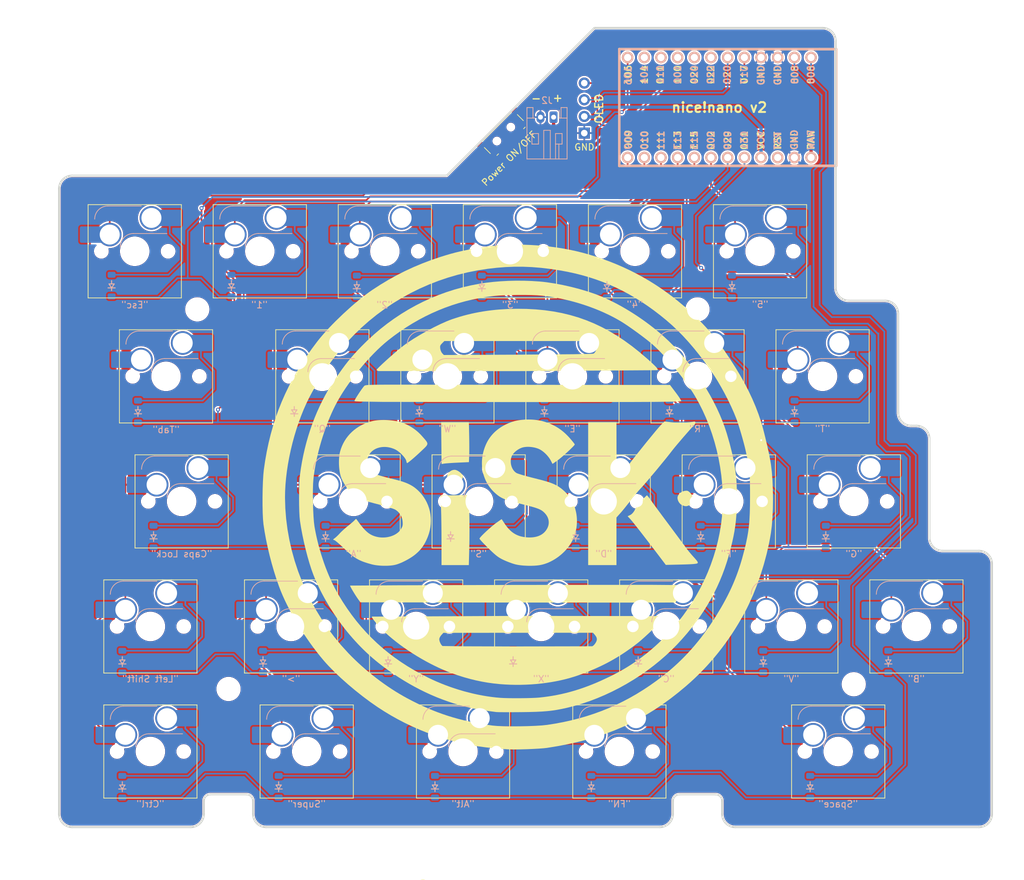
<source format=kicad_pcb>
(kicad_pcb (version 20240108) (generator "pcbnew") (generator_version "8.0")
  (layers (0 "F.Cu" signal) (31 "B.Cu" signal) (34 "B.Paste" user) (35 "F.Paste" user) (36 "B.SilkS" user "B.Silkscreen") (37 "F.SilkS" user "F.Silkscreen") (38 "B.Mask" user) (39 "F.Mask" user) (44 "Edge.Cuts" user))
  (net 0 "")
  (net 1 "GND")
  (net 2 "Net-(J1-SDA)")
  (net 3 "Net-(D1-A)")
  (net 4 "ROW0")
  (net 5 "Net-(D2-A)")
  (net 6 "Net-(D3-A)")
  (net 7 "Net-(D4-A)")
  (net 8 "Net-(D5-A)")
  (net 9 "Net-(D6-A)")
  (net 10 "ROW1")
  (net 11 "Net-(D7-A)")
  (net 12 "Net-(D8-A)")
  (net 13 "Net-(D9-A)")
  (net 14 "Net-(D10-A)")
  (net 15 "Net-(D11-A)")
  (net 16 "Net-(D12-A)")
  (net 17 "ROW2")
  (net 18 "Net-(D13-A)")
  (net 19 "Net-(D14-A)")
  (net 20 "Net-(D15-A)")
  (net 21 "Net-(D16-A)")
  (net 22 "Net-(D17-A)")
  (net 23 "Net-(D18-A)")
  (net 24 "Net-(D19-A)")
  (net 25 "ROW3")
  (net 26 "Net-(D20-A)")
  (net 27 "Net-(D21-A)")
  (net 28 "Net-(D22-A)")
  (net 29 "Net-(D23-A)")
  (net 30 "Net-(D24-A)")
  (net 31 "Net-(D25-A)")
  (net 32 "ROW4")
  (net 33 "Net-(D26-A)")
  (net 34 "Net-(D27-A)")
  (net 35 "Net-(D28-A)")
  (net 36 "Net-(D29-A)")
  (net 37 "Net-(D30-A)")
  (net 38 "COL0")
  (net 39 "COL1")
  (net 40 "COL2")
  (net 41 "COL3")
  (net 42 "COL4")
  (net 43 "COL5")
  (net 47 "Net-(J1-SCL)")
  (net 48 "Net-(J1-VCC)")
  (net 49 "Net-(J2-Pin_1)")
  (net 50 "Net-(SW31-B)")
  (footprint "ScottoKeebs_Hotswap:Hotswap_MX_Plated_1.25u" (layer "F.Cu") (at 248.48875 320.72)
    (property "Reference" "SW29" (hide yes))
    (property "Value" "\"FN\"")
  )
  (footprint "MountingHole:MountingHole_3.2mm_M3_ISO7380" (layer "F.Cu") (at 260.395 253.37)
    (property "Reference" "REF**" (hide yes))
    (property "Value" "MountingHole_3.2mm_M3_ISO7380" (hide yes))
  )
  (footprint "MountingHole:MountingHole_3.2mm_M3_ISO7380" (layer "F.Cu") (at 188.9575 311.195)
    (property "Reference" "REF**" (hide yes))
    (property "Value" "MountingHole_3.2mm_M3_ISO7380" (hide yes))
  )
  (footprint "ScottoKeebs_Hotswap:Hotswap_MX_Plated_1.00u" (layer "F.Cu") (at 250.87 244.52)
    (property "Reference" "SW5" (hide yes))
    (property "Value" "\"4\"")
  )
  (footprint "ScottoKeebs_Hotswap:Hotswap_MX_Plated_1.00u" (layer "F.Cu") (at 208.0075 282.62)
    (property "Reference" "SW14" (hide yes))
    (property "Value" "\"A\"")
  )
  (footprint "ScottoKeebs_Hotswap:Hotswap_MX_Plated_1.00u" (layer "F.Cu") (at 279.445 263.57)
    (property "Reference" "SW12" (hide yes))
    (property "Value" "\"T\"")
  )
  (footprint "ScottoKeebs_Hotswap:Hotswap_MX_Plated_1.25u" (layer "F.Cu") (at 224.67625 320.72)
    (property "Reference" "SW28" (hide yes))
    (property "Value" "\"Alt\"")
  )
  (footprint "ScottoKeebs_Hotswap:Hotswap_MX_Plated_1.75u" (layer "F.Cu") (at 181.81375 282.62)
    (property "Reference" "SW13" (hide yes))
    (property "Value" "\"Caps Lock\"")
  )
  (footprint "ScottoKeebs_Hotswap:Hotswap_MX_Plated_1.00u" (layer "F.Cu") (at 222.295 263.57)
    (property "Reference" "SW9" (hide yes))
    (property "Value" "\"W\"")
  )
  (footprint "ScottoKeebs_Hotswap:Hotswap_MX_Plated_1.00u" (layer "F.Cu") (at 265.1575 282.62)
    (property "Reference" "SW17" (hide yes))
    (property "Value" "\"F\"")
  )
  (footprint "ScottoKeebs_Hotswap:Hotswap_MX_Plated_1.00u" (layer "F.Cu") (at 212.77 244.52)
    (property "Reference" "SW3" (hide yes))
    (property "Value" "\"2\"")
  )
  (footprint "ScottoKeebs_Hotswap:Hotswap_MX_Plated_1.00u" (layer "F.Cu") (at 274.6825 301.67)
    (property "Reference" "SW24" (hide yes))
    (property "Value" "\"V\"")
  )
  (footprint "ScottoKeebs_Hotswap:Hotswap_MX_Plated_1.00u" (layer "F.Cu") (at 241.345 263.57)
    (property "Reference" "SW10" (hide yes))
    (property "Value" "\"E\"")
  )
  (footprint "MountingHole:MountingHole_3.2mm_M3_ISO7380" (layer "F.Cu") (at 184.195 253.37)
    (property "Reference" "REF**" (hide yes))
    (property "Value" "MountingHole_3.2mm_M3_ISO7380" (hide yes))
  )
  (footprint "ScottoKeebs_Hotswap:Hotswap_MX_Plated_1.00u" (layer "F.Cu") (at 217.5325 301.67)
    (property "Reference" "SW21" (hide yes))
    (property "Value" "\"Y\"")
  )
  (footprint "ScottoKeebs_Hotswap:Hotswap_MX_Plated_1.00u" (layer "F.Cu") (at 198.4825 301.67)
    (property "Reference" "SW20" (hide yes))
    (property "Value" "\">\"")
  )
  (footprint "ScottoKeebs_Hotswap:Hotswap_MX_Plated_2.25u" (layer "F.Cu") (at 281.82625 320.72)
    (property "Reference" "SW30" (hide yes))
    (property "Value" "\"Space\"")
  )
  (footprint "ScottoKeebs_Hotswap:Hotswap_MX_Plated_1.00u" (layer "F.Cu") (at 246.1075 282.62)
    (property "Reference" "SW16" (hide yes))
    (property "Value" "\"D\"")
  )
  (footprint "ScottoKeebs_Hotswap:Hotswap_MX_Plated_1.00u" (layer "F.Cu") (at 231.82 244.52)
    (property "Reference" "SW4" (hide yes))
    (property "Value" "\"3\"")
  )
  (footprint "ScottoKeebs_Hotswap:Hotswap_MX_Plated_1.00u" (layer "F.Cu") (at 260.395 263.57)
    (property "Reference" "SW11" (hide yes))
    (property "Value" "\"R\"")
  )
  (footprint "ScottoKeebs_Hotswap:Hotswap_MX_Plated_1.00u" (layer "F.Cu") (at 284.2075 282.62)
    (property "Reference" "SW18" (hide yes))
    (property "Value" "\"G\"")
  )
  (footprint "ScottoKeebs_Hotswap:Hotswap_MX_Plated_1.00u" (layer "F.Cu") (at 269.92 244.52)
    (property "Reference" "SW6" (hide yes))
    (property "Value" "\"5\"")
  )
  (footprint "ScottoKeebs_Hotswap:Hotswap_MX_Plated_1.50u" (layer "F.Cu") (at 179.4325 263.57)
    (property "Reference" "SW7" (hide yes))
    (property "Value" "\"Tab\"")
  )
  (footprint "ScottoKeebs_Hotswap:Hotswap_MX_Plated_1.00u" (layer "F.Cu") (at 236.5825 301.67)
    (property "Reference" "SW22" (hide yes))
    (property "Value" "\"X\"")
  )
  (footprint "ScottoKeebs_Hotswap:Hotswap_MX_Plated_1.00u" (layer "F.Cu") (at 255.6325 301.67)
    (property "Reference" "SW23" (hide yes))
    (property "Value" "\"C\"")
  )
  (footprint "ScottoKeebs_Components:Switch_MSK12C02" (layer "F.Cu") (at 230.895 226.67 45)
    (property "Reference" "SW31" (hide yes))
    (property "Value" "SW_SPDT" (hide yes))
  )
  (footprint "ScottoKeebs_Hotswap:Hotswap_MX_Plated_1.00u" (layer "F.Cu") (at 227.0575 282.62)
    (property "Reference" "SW15" (hide yes))
    (property "Value" "\"S\"")
  )
  (footprint "ScottoKeebs_Hotswap:Hotswap_MX_Plated_1.25u" (layer "F.Cu") (at 177.05125 301.67)
    (property "Reference" "SW19" (hide yes))
    (property "Value" "\"Left Shift\"")
  )
  (footprint "ScottoKeebs_Hotswap:Hotswap_MX_Plated_1.00u" (layer "F.Cu") (at 174.67 244.52)
    (property "Reference" "SW1" (hide yes))
    (property "Value" "\"Esc\"")
  )
  (footprint "ScottoKeebs_Hotswap:Hotswap_MX_Plated_1.00u" (layer "F.Cu") (at 293.7325 301.67)
    (property "Reference" "SW25" (hide yes))
    (property "Value" "\"B\"")
  )
  (footprint "ScottoKeebs_Hotswap:Hotswap_MX_Plated_1.00u" (layer "F.Cu") (at 203.245 263.57)
    (property "Reference" "SW8" (hide yes))
    (property "Value" "\"Q\"")
  )
  (footprint "ScottoKeebs_Hotswap:Hotswap_MX_Plated_1.25u" (layer "F.Cu") (at 177.05125 320.72)
    (property "Reference" "SW26" (hide yes))
    (property "Value" "\"Ctrl\"")
  )
  (footprint "ScottoKeebs_Hotswap:Hotswap_MX_Plated_1.25u" (layer "F.Cu") (at 200.86375 320.72)
    (property "Reference" "SW27" (hide yes))
    (property "Value" "\"Super\"")
  )
  (footprint "nice-nano-kicad-master:nice_nano" (layer "F.Cu") (at 263.72 222.62 180)
    (property "Reference" "U1" (hide yes))
    (property "Value" "Nice_Nano_V2" (hide yes))
  )
  (footprint "MountingHole:MountingHole_3.2mm_M3_ISO7380" (layer "F.Cu") (at 284.195 310.47)
    (property "Reference" "REF**" (hide yes))
    (property "Value" "MountingHole_3.2mm_M3_ISO7380" (hide yes))
  )
  (footprint "ScottoKeebs_Hotswap:Hotswap_MX_Plated_1.00u" (layer "F.Cu") (at 193.72 244.52)
    (property "Reference" "SW2" (hide yes))
    (property "Value" "\"1\"")
  )
  (footprint "ScottoKeebs_Components:OLED_128x32" (layer "F.Cu") (at 241.545 216.72)
    (property "Reference" "J1" (hide yes))
    (property "Value" "OLED_128x32")
  )
  (footprint "ScottoKeebs_Components:Diode_SOD-123" (layer "B.Cu") (at 256.12 268.92625 90)
    (property "Reference" "D11" (hide yes))
    (property "Value" "D")
  )
  (footprint "ScottoKeebs_Components:Diode_SOD-123" (layer "B.Cu") (at 260.8825 287.97625 90)
    (property "Reference" "D17" (hide yes))
    (property "Value" "D")
  )
  (footprint "ScottoKeebs_Components:Diode_SOD-123" (layer "B.Cu") (at 289.4575 307.02625 90)
    (property "Reference" "D30" (hide yes))
    (property "Value" "D")
  )
  (footprint "ScottoKeebs_Components:Diode_SOD-123" (layer "B.Cu") (at 222.7825 287.97625 90)
    (property "Reference" "D15" (hide yes))
    (property "Value" "D")
  )
  (footprint "ScottoKeebs_Components:Diode_SOD-123" (layer "B.Cu") (at 246.595 249.87625 90)
    (property "Reference" "D5" (hide yes))
    (property "Value" "D")
  )
  (footprint "ScottoKeebs_Components:Diode_SOD-123" (layer "B.Cu") (at 251.3575 307.02625 90)
    (property "Reference" "D23" (hide yes))
    (property "Value" "D")
  )
  (footprint "ScottoKeebs_Components:Diode_SOD-123" (layer "B.Cu") (at 198.97 268.92625 90)
    (property "Reference" "D8" (hide yes))
    (property "Value" "D")
  )
  (footprint "ScottoKeebs_Components:Diode_SOD-123" (layer "B.Cu") (at 265.645 249.87625 90)
    (property "Reference" "D6" (hide yes))
    (property "Value" "D")
  )
  (footprint "ScottoKeebs_Components:Diode_SOD-123" (layer "B.Cu") (at 237.07 268.92625 90)
    (property "Reference" "D10" (hide yes))
    (property "Value" "D")
  )
  (footprint "ScottoKeebs_Components:Diode_SOD-123" (layer "B.Cu") (at 194.2075 307.02625 90)
    (property "Reference" "D20" (hide yes))
    (property "Value" "D")
  )
  (footprint "ScottoKeebs_Components:Diode_SOD-123" (layer "B.Cu") (at 241.8325 287.97625 90)
    (property "Reference" "D16" (hide yes))
    (property "Value" "D")
  )
  (footprint "ScottoKeebs_Components:Diode_SOD-123" (layer "B.Cu") (at 277.55125 326.07625 90)
    (property "Reference" "D29" (hide yes))
    (property "Value" "D" (hide yes))
  )
  (footprint "ScottoKeebs_Components:Diode_SOD-123" (layer "B.Cu") (at 208.495 249.87625 90)
    (property "Reference" "D3" (hide yes))
    (property "Value" "D")
  )
  (footprint "ScottoKeebs_Components:Diode_SOD-123" (layer "B.Cu") (at 279.9325 287.97625 90)
    (property "Reference" "D18" (hide yes))
    (property "Value" "D")
  )
  (footprint "ScottoKeebs_Components:Diode_SOD-123" (layer "B.Cu") (at 220.40125 326.07625 90)
    (property "Reference" "D27" (hide yes))
    (property "Value" "D")
  )
  (footprint "ScottoKeebs_Components:Diode_SOD-123" (layer "B.Cu") (at 203.7325 287.97625 90)
    (property "Reference" "D14" (hide yes))
    (property "Value" "D")
  )
  (footprint "ScottoKeebs_Components:Diode_SOD-123" (layer "B.Cu") (at 171.145 249.745 90)
    (property "Reference" "D1" (hide yes))
    (property "Value" "D")
  )
  (footprint "ScottoKeebs_Components:Diode_SOD-123" (layer "B.Cu") (at 177.53875 287.97625 90)
    (property "Reference" "D13" (hide yes))
    (property "Value" "D")
  )
  (footprint "ScottoKeebs_Components:Diode_SOD-123" (layer "B.Cu") (at 189.395 249.745 90)
    (property "Reference" "D2" (hide yes))
    (property "Value" "D")
  )
  (footprint "ScottoKeebs_Components:Diode_SOD-123" (layer "B.Cu") (at 172.77625 307.02625 90)
    (property "Reference" "D19" (hide yes))
    (property "Value" "D")
  )
  (footprint "Connector_JST:JST_PH_S2B-PH-K_1x02_P2.00mm_Horizontal" (layer "B.Cu") (at 238.47 224.095 180)
    (property "Reference" "J2")
    (property "Value" "Battery Socket")
  )
  (footprint "ScottoKeebs_Components:Diode_SOD-123" (layer "B.Cu") (at 196.58875 326.07625 90)
    (property "Reference" "D26" (hide yes))
    (property "Value" "D")
  )
  (footprint "ScottoKeebs_Components:Diode_SOD-123" (layer "B.Cu") (at 270.4075 307.02625 90)
    (property "Reference" "D24" (hide yes))
    (property "Value" "D")
  )
  (footprint "ScottoKeebs_Components:Diode_SOD-123" (layer "B.Cu") (at 218.02 268.92625 90)
    (property "Reference" "D9" (hide yes))
    (property "Value" "D")
  )
  (footprint "ScottoKeebs_Components:Diode_SOD-123" (layer "B.Cu") (at 227.545 249.87625 90)
    (property "Reference" "D4" (hide yes))
    (property "Value" "D")
  )
  (footprint "ScottoKeebs_Components:Diode_SOD-123" (layer "B.Cu") (at 232.3075 307.02625 90)
    (property "Reference" "D22" (hide yes))
    (property "Value" "D")
  )
  (footprint "ScottoKeebs_Components:Diode_SOD-123" (layer "B.Cu") (at 244.21375 326.07625 90)
    (property "Reference" "D28" (hide yes))
    (property "Value" "D")
  )
  (footprint "ScottoKeebs_Components:Diode_SOD-123" (layer "B.Cu") (at 172.77625 326.07625 90)
    (property "Reference" "D25" (hide yes))
    (property "Value" "D")
  )
  (footprint "ScottoKeebs_Components:Diode_SOD-123" (layer "B.Cu") (at 213.2575 307.02625 90)
    (property "Reference" "D21" (hide yes))
    (property "Value" "D")
  )
  (footprint "ScottoKeebs_Components:Diode_SOD-123" (layer "B.Cu") (at 275.17 268.92625 90)
    (property "Reference" "D12" (hide yes))
    (property "Value" "D")
  )
  (footprint "ScottoKeebs_Components:Diode_SOD-123" (layer "B.Cu") (at 175.1575 268.92625 90)
    (property "Reference" "D7" (hide yes))
    (property "Value" "D")
  )
  (gr_poly (pts (xy 216.566108 264.83925) (xy 219.833719 264.844529) (xy 243.025274 264.872876) (xy 256.203045 264.883308) (xy 257.057639 266.01176) (xy 257.229308 266.242028) (xy 257.38946 266.463774) (xy 257.53459 266.67165) (xy 257.661193 266.860307) (xy 257.765763 267.024397) (xy 257.844796 267.158571) (xy 257.873641 267.212768) (xy 257.894787 267.257481) (xy 257.907796 267.29204) (xy 257.912229 267.315777) (xy 257.904384 267.330179) (xy 257.878727 267.34378) (xy 257.832069 267.356604) (xy 257.761226 267.368673) (xy 257.534239 267.390636) (xy 257.172276 267.409848) (xy 256.649847 267.426491) (xy 255.941464 267.440743) (xy 253.864877 267.462795) (xy 250.738601 267.477443) (xy 246.358722 267.486124) (xy 233.022501 267.491344) (xy 212.419075 267.462805) (xy 208.962329 267.412632) (xy 208.309906 267.37434) (xy 208.132768 267.325633) (xy 208.135936 267.30547) (xy 208.145217 267.276904) (xy 208.180784 267.196615) (xy 208.236803 267.088863) (xy 208.310604 266.957747) (xy 208.500885 266.64181) (xy 208.730284 266.281585) (xy 208.977458 265.909851) (xy 209.221064 265.559388) (xy 209.439759 265.262977) (xy 209.533095 265.145284) (xy 209.612199 265.053397) (xy 209.631513 265.03306) (xy 209.652219 265.013981) (xy 209.663656 265.004902) (xy 209.676115 264.996124) (xy 209.68982 264.987642) (xy 209.704997 264.979451) (xy 209.721869 264.971548) (xy 209.740662 264.963927) (xy 209.7616 264.956583) (xy 209.784908 264.949513) (xy 209.810809 264.942712) (xy 209.83953 264.936174) (xy 209.871295 264.929896) (xy 209.906327 264.923873) (xy 209.944852 264.9181) (xy 209.987095 264.912573) (xy 210.08363 264.902238) (xy 210.197731 264.89283) (xy 210.331193 264.884313) (xy 210.485815 264.87665) (xy 210.663392 264.869805) (xy 210.865721 264.863741) (xy 211.094601 264.85842) (xy 211.351826 264.853807) (xy 211.639196 264.849865) (xy 211.958505 264.846557) (xy 212.311553 264.843846) (xy 212.700134 264.841695) (xy 213.126047 264.840068) (xy 214.097054 264.838239) (xy 215.238949 264.838064)) (stroke (width -0.000001)) (fill solid) (layer "F.SilkS"))
  (gr_poly (pts (xy 233.88227 243.521139) (xy 234.902125 243.556939) (xy 235.925366 243.618223) (xy 236.94834 243.704727) (xy 237.967394 243.816187) (xy 238.978874 243.952339) (xy 239.979128 244.11292) (xy 240.964503 244.297666) (xy 241.931345 244.506312) (xy 242.876002 244.738595) (xy 243.79482 244.994251) (xy 244.88897 245.332922) (xy 245.962195 245.696422) (xy 247.01516 246.085122) (xy 248.048528 246.499396) (xy 249.062964 246.939614) (xy 250.059131 247.406149) (xy 251.037693 247.899372) (xy 251.999315 248.419655) (xy 252.944661 248.967371) (xy 253.874393 249.54289) (xy 254.789177 250.146585) (xy 255.689677 250.778828) (xy 256.576555 251.43999) (xy 257.450477 252.130443) (xy 258.312107 252.85056) (xy 259.162107 253.600712) (xy 259.615265 254.016989) (xy 260.051942 254.429784) (xy 260.473754 254.841011) (xy 260.882316 255.252581) (xy 261.279245 255.666408) (xy 261.666156 256.084405) (xy 262.044664 256.508485) (xy 262.416386 256.94056) (xy 262.782938 257.382543) (xy 263.145934 257.836348) (xy 263.506992 258.303888) (xy 263.867726 258.787074) (xy 264.229753 259.287821) (xy 264.594688 259.808041) (xy 265.339747 260.914551) (xy 266.15241 262.187099) (xy 266.896779 263.427838) (xy 267.575691 264.642507) (xy 268.19198 265.836846) (xy 268.748481 267.016594) (xy 269.24803 268.18749) (xy 269.693462 269.355274) (xy 270.087612 270.525685) (xy 270.272371 271.15503) (xy 270.481378 271.937194) (xy 270.702725 272.820753) (xy 270.924501 273.754284) (xy 271.134797 274.686362) (xy 271.321703 275.565564) (xy 271.473309 276.340464) (xy 271.577706 276.95964) (xy 271.716145 278.127056) (xy 271.814848 279.43561) (xy 271.873834 280.835261) (xy 271.893124 282.275966) (xy 271.872735 283.707682) (xy 271.812688 285.080369) (xy 271.713002 286.343982) (xy 271.573696 287.44848) (xy 271.441716 288.225564) (xy 271.289778 289.012506) (xy 270.929455 290.605608) (xy 270.499584 292.207063) (xy 270.007025 293.796152) (xy 269.458633 295.352152) (xy 268.861269 296.854345) (xy 268.221789 298.282007) (xy 267.888399 298.961415) (xy 267.547051 299.614419) (xy 267.101246 300.41898) (xy 266.640398 301.209474) (xy 266.164578 301.985813) (xy 265.67386 302.747905) (xy 265.168313 303.49566) (xy 264.648012 304.22899) (xy 264.113026 304.947803) (xy 263.56343 305.652009) (xy 262.999294 306.341519) (xy 262.42069 307.016243) (xy 261.827691 307.67609) (xy 261.220369 308.32097) (xy 260.598795 308.950793) (xy 259.963041 309.56547) (xy 259.31318 310.164909) (xy 258.649284 310.749022) (xy 257.482561 311.721109) (xy 256.312625 312.634232) (xy 255.135714 313.490063) (xy 253.948065 314.290277) (xy 252.745915 315.03655) (xy 251.5255 315.730554) (xy 250.283057 316.373965) (xy 249.014824 316.968457) (xy 247.717037 317.515703) (xy 246.385934 318.017379) (xy 245.01775 318.475159) (xy 243.608725 318.890716) (xy 242.155093 319.265726) (xy 240.653093 319.601863) (xy 239.098961 319.9008) (xy 237.488934 320.164213) (xy 236.95223 320.224781) (xy 236.215528 320.280485) (xy 235.34638 320.328947) (xy 234.412338 320.367788) (xy 233.480957 320.394628) (xy 232.619788 320.40709) (xy 231.896385 320.402795) (xy 231.378301 320.379362) (xy 229.393925 320.213771) (xy 228.231068 320.098068) (xy 227.06891 319.943294) (xy 225.908854 319.749944) (xy 224.752303 319.518512) (xy 223.600659 319.249495) (xy 222.455326 318.943387) (xy 221.317705 318.600684) (xy 220.1892 318.22188) (xy 219.071213 317.807472) (xy 217.965147 317.357955) (xy 216.872403 316.873823) (xy 215.794386 316.355572) (xy 214.732498 315.803698) (xy 213.688141 315.218695) (xy 212.662717 314.601059) (xy 211.65763 313.951285) (xy 210.532029 313.167454) (xy 209.388718 312.314034) (xy 208.250536 311.410784) (xy 207.140323 310.477463) (xy 206.080922 309.533831) (xy 205.09517 308.599646) (xy 204.205909 307.694669) (xy 203.804601 307.259308) (xy 203.43598 306.838658) (xy 202.906809 306.202308) (xy 202.383096 305.542793) (xy 201.86666 304.863132) (xy 201.359319 304.166343) (xy 200.862892 303.455443) (xy 200.379199 302.733452) (xy 199.910059 302.003388) (xy 199.457291 301.268269) (xy 199.022715 300.531112) (xy 198.608148 299.794938) (xy 198.215411 299.062763) (xy 197.846322 298.337606) (xy 197.502701 297.622485) (xy 197.186367 296.920419) (xy 196.899139 296.234425) (xy 196.642835 295.567523) (xy 196.252237 294.446941) (xy 195.880192 293.273833) (xy 195.530962 292.065265) (xy 195.208805 290.8383) (xy 194.917983 289.610003) (xy 194.662755 288.397439) (xy 194.447383 287.217671) (xy 194.276126 286.087764) (xy 194.206672 285.342365) (xy 194.160409 284.364118) (xy 194.136781 283.227104) (xy 194.135304 282.062323) (xy 197.559456 282.062323) (xy 197.606198 283.678122) (xy 197.734284 285.293201) (xy 197.9422 286.903844) (xy 198.228428 288.506336) (xy 198.591455 290.096961) (xy 199.029764 291.672003) (xy 199.54184 293.227747) (xy 200.126167 294.760477) (xy 200.78123 296.266477) (xy 201.505514 297.742032) (xy 202.297503 299.183426) (xy 203.155682 300.586943) (xy 204.078534 301.948869) (xy 205.064545 303.265486) (xy 206.1122 304.53308) (xy 207.219981 305.747935) (xy 207.711036 306.25007) (xy 208.216438 306.746463) (xy 208.735036 307.236232) (xy 209.265678 307.718494) (xy 209.807212 308.192364) (xy 210.358486 308.656961) (xy 210.918348 309.111399) (xy 211.485645 309.554797) (xy 212.059227 309.986269) (xy 212.637941 310.404935) (xy 213.220635 310.809909) (xy 213.806158 311.200308) (xy 214.393357 311.575249) (xy 214.98108 311.93385) (xy 215.568175 312.275225) (xy 216.153491 312.598492) (xy 216.947514 313.015659) (xy 217.731844 313.408012) (xy 218.509105 313.776391) (xy 219.281919 314.121636) (xy 220.052907 314.444586) (xy 220.824693 314.746083) (xy 221.599898 315.026965) (xy 222.381145 315.288073) (xy 223.171057 315.530246) (xy 223.972255 315.754325) (xy 224.787362 315.96115) (xy 225.619001 316.15156) (xy 226.469793 316.326395) (xy 227.342361 316.486496) (xy 228.239328 316.632702) (xy 229.163316 316.765854) (xy 229.881482 316.829296) (xy 230.859991 316.868836) (xy 232.014974 316.885513) (xy 233.262559 316.88037) (xy 234.518875 316.854445) (xy 235.700053 316.808781) (xy 236.72222 316.744417) (xy 237.501508 316.662395) (xy 237.501513 316.662395) (xy 238.749846 316.464429) (xy 239.974089 316.232538) (xy 241.175255 315.966293) (xy 242.354354 315.665265) (xy 243.5124 315.329025) (xy 244.650402 314.957145) (xy 245.769373 314.549196) (xy 246.870325 314.104749) (xy 247.954269 313.623376) (xy 249.022216 313.104647) (xy 250.075179 312.548135) (xy 251.11417 311.953411) (xy 252.140198 311.320045) (xy 253.154277 310.647609) (xy 254.157418 309.935675) (xy 255.150632 309.183813) (xy 255.730137 308.720592) (xy 256.298334 308.244756) (xy 256.855426 307.756076) (xy 257.401616 307.254324) (xy 257.937105 306.739273) (xy 258.462097 306.210694) (xy 258.976792 305.668359) (xy 259.481394 305.112039) (xy 259.976105 304.541508) (xy 260.461127 303.956536) (xy 260.936663 303.356897) (xy 261.402914 302.74236) (xy 261.860083 302.1127) (xy 262.308372 301.467686) (xy 262.747984 300.807093) (xy 263.179121 300.13069) (xy 263.96007 298.836352) (xy 264.318778 298.207073) (xy 264.657673 297.586541) (xy 264.977781 296.972372) (xy 265.280125 296.362182) (xy 265.565732 295.753587) (xy 265.835624 295.144203) (xy 266.090827 294.531645) (xy 266.332364 293.913529) (xy 266.561262 293.287472) (xy 266.778543 292.651089) (xy 266.985233 292.001995) (xy 267.182356 291.337808) (xy 267.552 289.954613) (xy 267.782159 288.987074) (xy 267.968042 288.091828) (xy 268.045723 287.658538) (xy 268.113949 287.227989) (xy 268.173256 286.79507) (xy 268.224183 286.354672) (xy 268.267267 285.901683) (xy 268.303046 285.430993) (xy 268.35484 284.416065) (xy 268.383868 283.269005) (xy 268.394431 281.948926) (xy 268.392582 280.716628) (xy 268.378087 279.697867) (xy 268.345477 278.83512) (xy 268.289283 278.070864) (xy 268.204036 277.347577) (xy 268.084266 276.607736) (xy 267.924504 275.793818) (xy 267.71928 274.848302) (xy 267.593218 274.318661) (xy 267.432996 273.700165) (xy 267.248629 273.027089) (xy 267.050132 272.333711) (xy 266.84752 271.654304) (xy 266.650808 271.023146) (xy 266.470012 270.474512) (xy 266.315145 270.042678) (xy 265.945659 269.130192) (xy 265.522101 268.177212) (xy 265.054534 267.202722) (xy 264.55302 266.22571) (xy 264.027623 265.26516) (xy 263.488404 264.340059) (xy 262.945425 263.469391) (xy 262.40875 262.672143) (xy 261.550973 261.481448) (xy 260.704347 260.366461) (xy 259.865254 259.323089) (xy 259.030075 258.34724) (xy 258.195191 257.434823) (xy 257.356984 256.581746) (xy 256.511836 255.783916) (xy 255.656127 255.037243) (xy 254.717863 254.273226) (xy 253.775699 253.550632) (xy 252.8283 252.868836) (xy 251.874334 252.227212) (xy 250.912467 251.625138) (xy 249.941366 251.061987) (xy 248.959698 250.537135) (xy 247.966131 250.049957) (xy 246.959329 249.599829) (xy 245.937961 249.186126) (xy 244.900693 248.808223) (xy 243.846191 248.465496) (xy 242.773123 248.157319) (xy 241.680155 247.883068) (xy 240.565955 247.642118) (xy 239.429188 247.433844) (xy 237.964533 247.211189) (xy 236.556366 247.044244) (xy 235.189266 246.932672) (xy 233.847815 246.876136) (xy 232.51659 246.8743) (xy 231.180173 246.926826) (xy 229.823144 247.033379) (xy 228.430081 247.193622) (xy 226.882367 247.432397) (xy 225.353749 247.737043) (xy 223.846109 248.106577) (xy 222.361329 248.540018) (xy 220.901292 249.036384) (xy 219.46788 249.594692) (xy 218.062975 250.21396) (xy 216.688459 250.893207) (xy 215.346215 251.631449) (xy 214.038124 252.427706) (xy 212.76607 253.280995) (xy 211.531934 254.190333) (xy 210.337599 255.15474) (xy 209.184947 256.173232) (xy 208.075859 257.244828) (xy 207.01222 258.368545) (xy 206.262299 259.217781) (xy 205.909993 259.633839) (xy 205.570027 260.048139) (xy 205.240327 260.463643) (xy 204.918821 260.883312) (xy 204.603437 261.310106) (xy 204.292102 261.746988) (xy 203.982742 262.196918) (xy 203.673287 262.662858) (xy 203.045797 263.654613) (xy 202.393049 264.745942) (xy 201.698464 265.960536) (xy 201.243661 266.811583) (xy 200.808844 267.707316) (xy 200.395332 268.642597) (xy 200.004447 269.612289) (xy 199.63751 270.611252) (xy 199.29584 271.634349) (xy 198.98076 272.676443) (xy 198.693589 273.732394) (xy 198.435648 274.797065) (xy 198.208259 275.865318) (xy 198.012741 276.932015) (xy 197.850416 277.992017) (xy 197.722604 279.040187) (xy 197.630626 280.071387) (xy 197.575803 281.080478) (xy 197.559456 282.062323) (xy 194.135304 282.062323) (xy 194.135232 282.005405) (xy 194.155204 280.773102) (xy 194.196143 279.604278) (xy 194.257491 278.573014) (xy 194.338693 277.753391) (xy 194.540804 276.377536) (xy 194.780485 275.030705) (xy 195.058462 273.711161) (xy 195.37546 272.417167) (xy 195.732205 271.146985) (xy 196.129424 269.898879) (xy 196.56784 268.671111) (xy 197.048182 267.461945) (xy 197.571173 266.269644) (xy 198.137541 265.092469) (xy 198.74801 263.928685) (xy 199.403306 262.776554) (xy 200.104156 261.634339) (xy 200.851285 260.500303) (xy 201.645418 259.372709) (xy 202.487282 258.249819) (xy 202.867841 257.77314) (xy 203.289833 257.273689) (xy 203.748477 256.755944) (xy 204.238992 256.224385) (xy 204.756597 255.683488) (xy 205.296509 255.137732) (xy 206.424135 254.049553) (xy 207.583621 252.995671) (xy 208.163358 252.492786) (xy 208.736717 252.01191) (xy 209.298916 251.557519) (xy 209.845174 251.134093) (xy 210.37071 250.746109) (xy 210.870743 250.398044) (xy 212.091633 249.606285) (xy 213.323335 248.86629) (xy 214.569999 248.176046) (xy 215.835773 247.533542) (xy 217.124806 246.936764) (xy 218.441246 246.3837) (xy 219.789242 245.872337) (xy 221.172943 245.400662) (xy 222.011237 245.137668) (xy 222.801054 244.906844) (xy 223.569482 244.702098) (xy 224.343607 244.517336) (xy 225.150516 244.346466) (xy 226.017296 244.183395) (xy 226.971034 244.022028) (xy 228.038817 243.856275) (xy 228.961642 243.733631) (xy 229.909771 243.638054) (xy 230.879552 243.569281) (xy 231.867331 243.527046) (xy 232.869454 243.511087)) (stroke (width -0.000001)) (fill solid) (layer "F.SilkS"))
  (gr_poly (pts (xy 234.833297 270.149307) (xy 235.145763 270.159834) (xy 235.454999 270.179798) (xy 235.758865 270.209222) (xy 236.055223 270.248132) (xy 236.341933 270.296552) (xy 236.616856 270.354507) (xy 236.877851 270.42202) (xy 237.192311 270.516941) (xy 237.496425 270.619395) (xy 237.790792 270.729763) (xy 238.076011 270.848429) (xy 238.35268 270.975774) (xy 238.621398 271.112183) (xy 238.882764 271.258036) (xy 239.137375 271.413718) (xy 239.385831 271.57961) (xy 239.62873 271.756095) (xy 239.866671 271.943555) (xy 240.100252 272.142374) (xy 240.330071 272.352933) (xy 240.556728 272.575616) (xy 240.78082 272.810805) (xy 241.002947 273.058883) (xy 241.142378 273.221112) (xy 241.272454 273.375977) (xy 241.39033 273.519836) (xy 241.493157 273.649049) (xy 241.57809 273.759975) (xy 241.642281 273.848971) (xy 241.682883 273.912398) (xy 241.693449 273.933384) (xy 241.69705 273.946612) (xy 241.691354 273.966713) (xy 241.674664 273.995984) (xy 241.610676 274.079852) (xy 241.509834 274.193839) (xy 241.376889 274.333568) (xy 241.033695 274.67275) (xy 240.619096 275.062383) (xy 240.171097 275.467455) (xy 239.727701 275.852953) (xy 239.519605 276.027421) (xy 239.326913 276.183865) (xy 239.154373 276.317909) (xy 239.006736 276.425176) (xy 238.304101 276.911246) (xy 238.062379 276.437424) (xy 237.987639 276.300021) (xy 237.903592 276.162024) (xy 237.811083 276.024262) (xy 237.710952 275.88756) (xy 237.604044 275.752747) (xy 237.4912 275.620648) (xy 237.373264 275.492092) (xy 237.251079 275.367905) (xy 237.125487 275.248914) (xy 236.99733 275.135947) (xy 236.867452 275.029831) (xy 236.736696 274.931393) (xy 236.605903 274.84146) (xy 236.475918 274.760859) (xy 236.347582 274.690417) (xy 236.221738 274.630962) (xy 236.064947 274.568157) (xy 235.901467 274.51198) (xy 235.732491 274.462507) (xy 235.559206 274.419813) (xy 235.382806 274.383973) (xy 235.204479 274.355064) (xy 235.025416 274.333159) (xy 234.846809 274.318335) (xy 234.669846 274.310666) (xy 234.495719 274.310229) (xy 234.325618 274.317098) (xy 234.160733 274.331348) (xy 234.002256 274.353056) (xy 233.851375 274.382295) (xy 233.709283 274.419143) (xy 233.577169 274.463672) (xy 233.456057 274.513404) (xy 233.335975 274.569505) (xy 233.217522 274.63146) (xy 233.101299 274.698754) (xy 232.987902 274.770872) (xy 232.877933 274.847299) (xy 232.771988 274.92752) (xy 232.670668 275.01102) (xy 232.574572 275.097284) (xy 232.484297 275.185797) (xy 232.400445 275.276044) (xy 232.323612 275.367509) (xy 232.254399 275.459678) (xy 232.193404 275.552036) (xy 232.141226 275.644068) (xy 232.098464 275.735258) (xy 232.06507 275.821089) (xy 232.035859 275.908508) (xy 232.010773 275.997319) (xy 231.989758 276.087326) (xy 231.959718 276.270146) (xy 231.945291 276.4554) (xy 231.946033 276.641523) (xy 231.961498 276.826949) (xy 231.991239 277.010112) (xy 232.034812 277.189445) (xy 232.09177 277.363383) (xy 232.161667 277.530358) (xy 232.244059 277.688805) (xy 232.338499 277.837158) (xy 232.444542 277.97385) (xy 232.501775 278.037334) (xy 232.561741 278.097315) (xy 232.624385 278.153599) (xy 232.689652 278.205988) (xy 232.757485 278.254288) (xy 232.827828 278.298302) (xy 232.878255 278.323518) (xy 232.951823 278.354061) (xy 233.162674 278.429463) (xy 233.448961 278.521187) (xy 233.799264 278.625908) (xy 234.202162 278.740306) (xy 234.646234 278.861058) (xy 235.120061 278.984841) (xy 235.612221 279.108333) (xy 236.554496 279.347396) (xy 237.33385 279.565301) (xy 237.671372 279.670285) (xy 237.978891 279.774737) (xy 238.259982 279.880243) (xy 238.518222 279.988389) (xy 238.757186 280.10076) (xy 238.98045 280.218944) (xy 239.191589 280.344526) (xy 239.39418 280.47909) (xy 239.591797 280.624225) (xy 239.788017 280.781515) (xy 239.986416 280.952546) (xy 240.190568 281.138904) (xy 240.382053 281.327111) (xy 240.563269 281.52403) (xy 240.734168 281.729195) (xy 240.894704 281.94214) (xy 241.044831 282.162399) (xy 241.184501 282.389506) (xy 241.313669 282.622995) (xy 241.432287 282.8624) (xy 241.540309 283.107256) (xy 241.637689 283.357097) (xy 241.724381 283.611456) (xy 241.800336 283.869869) (xy 241.86551 284.131868) (xy 241.919855 284.396989) (xy 241.963325 284.664765) (xy 241.995873 284.934731) (xy 242.017453 285.20642) (xy 242.028018 285.479367) (xy 242.027522 285.753106) (xy 242.015918 286.027172) (xy 241.99316 286.301097) (xy 241.9592 286.574417) (xy 241.913993 286.846665) (xy 241.857492 287.117376) (xy 241.78965 287.386083) (xy 241.71042 287.652322) (xy 241.619758 287.915625) (xy 241.517614 288.175528) (xy 241.403944 288.431564) (xy 241.2787 288.683268) (xy 241.141837 288.930173) (xy 240.993307 289.171814) (xy 240.793562 289.462556) (xy 240.575859 289.74528) (xy 240.341608 290.019014) (xy 240.092219 290.282786) (xy 239.8291 290.535624) (xy 239.553662 290.776557) (xy 239.267313 291.004612) (xy 238.971465 291.218817) (xy 238.667525 291.418201) (xy 238.356904 291.601792) (xy 238.041011 291.768617) (xy 237.721257 291.917704) (xy 237.399049 292.048082) (xy 237.075798 292.158779) (xy 236.752914 292.248822) (xy 236.431806 292.317241) (xy 236.223432 292.35032) (xy 236.0009 292.37774) (xy 235.766403 292.399565) (xy 235.522129 292.415861) (xy 235.013014 292.432126) (xy 234.49108 292.427057) (xy 233.973851 292.401175) (xy 233.722477 292.380593) (xy 233.47885 292.355004) (xy 233.245161 292.324473) (xy 233.0236 292.289065) (xy 232.816358 292.248846) (xy 232.625625 292.20388) (xy 232.62562 292.20388) (xy 232.435523 292.15019) (xy 232.220945 292.08229) (xy 231.989244 292.00294) (xy 231.747779 291.914901) (xy 231.503911 291.820931) (xy 231.264996 291.723791) (xy 231.038395 291.626241) (xy 230.831466 291.531041) (xy 230.685895 291.460139) (xy 230.549307 291.390629) (xy 230.419834 291.321066) (xy 230.295611 291.25001) (xy 230.174773 291.176016) (xy 230.055453 291.097643) (xy 229.935785 291.013448) (xy 229.813904 290.921987) (xy 229.687943 290.821819) (xy 229.556038 290.711501) (xy 229.41632 290.58959) (xy 229.266926 290.454643) (xy 229.105989 290.305218) (xy 228.931642 290.139872) (xy 228.535259 289.755646) (xy 228.263572 289.486915) (xy 228.010111 289.230855) (xy 227.780425 288.993454) (xy 227.58006 288.780699) (xy 227.414564 288.598577) (xy 227.289485 288.453075) (xy 227.210369 288.350181) (xy 227.189781 288.316584) (xy 227.182764 288.295883) (xy 227.187856 288.272599) (xy 227.202803 288.241299) (xy 227.260309 288.156478) (xy 227.351365 288.045081) (xy 227.472055 287.91077) (xy 227.618462 287.757203) (xy 227.78667 287.588042) (xy 228.172821 287.21758) (xy 228.599175 286.828666) (xy 229.034401 286.450586) (xy 229.24555 286.274759) (xy 229.447166 286.112622) (xy 229.635334 285.967835) (xy 229.806137 285.84406) (xy 230.558527 285.31981) (xy 231.042502 286.050626) (xy 231.212509 286.296073) (xy 231.386389 286.52452) (xy 231.564648 286.736266) (xy 231.747792 286.931611) (xy 231.936328 287.110855) (xy 232.032775 287.194533) (xy 232.13076 287.274298) (xy 232.230345 287.350187) (xy 232.331595 287.422239) (xy 232.434572 287.49049) (xy 232.53934 287.554979) (xy 232.645962 287.615742) (xy 232.7545 287.672817) (xy 232.86502 287.726242) (xy 232.977582 287.776053) (xy 233.092252 287.822289) (xy 233.209092 287.864987) (xy 233.328165 287.904185) (xy 233.449535 287.939919) (xy 233.699419 288.001149) (xy 233.959248 288.048976) (xy 234.229529 288.083701) (xy 234.510769 288.105623) (xy 234.769178 288.113981) (xy 235.017942 288.11041) (xy 235.256996 288.094938) (xy 235.486275 288.067594) (xy 235.705714 288.028406) (xy 235.915248 287.977402) (xy 236.114811 287.914611) (xy 236.304338 287.840062) (xy 236.483764 287.753782) (xy 236.653023 287.655801) (xy 236.812051 287.546146) (xy 236.960782 287.424845) (xy 237.099151 287.291928) (xy 237.227093 287.147423) (xy 237.344542 286.991358) (xy 237.451434 286.823761) (xy 237.532963 286.671672) (xy 237.600634 286.517652) (xy 237.654505 286.362142) (xy 237.694636 286.205583) (xy 237.721086 286.048414) (xy 237.733914 285.891076) (xy 237.73318 285.73401) (xy 237.718942 285.577656) (xy 237.69126 285.422453) (xy 237.650194 285.268844) (xy 237.595802 285.117268) (xy 237.528144 284.968166) (xy 237.447278 284.821977) (xy 237.353265 284.679143) (xy 237.246163 284.540103) (xy 237.126032 284.405299) (xy 237.022051 284.300249) (xy 236.917478 284.203576) (xy 236.863957 284.157987) (xy 236.809072 284.114019) (xy 236.752417 284.071514) (xy 236.693588 284.030314) (xy 236.632178 283.990262) (xy 236.567783 283.951199) (xy 236.499997 283.912969) (xy 236.428415 283.875412) (xy 236.352631 283.838371) (xy 236.27224 283.801688) (xy 236.186836 283.765206) (xy 236.096015 283.728766) (xy 235.896498 283.655383) (xy 235.670445 283.580276) (xy 235.414613 283.502182) (xy 235.125758 283.419838) (xy 234.800639 283.331982) (xy 234.436012 283.23735) (xy 234.028633 283.134681) (xy 233.57526 283.022711) (xy 232.700075 282.802596) (xy 231.984989 282.607271) (xy 231.678782 282.51522) (xy 231.402159 282.424945) (xy 231.151638 282.33497) (xy 230.923741 282.243823) (xy 230.714986 282.150029) (xy 230.521893 282.052113) (xy 230.340982 281.948603) (xy 230.168772 281.838024) (xy 230.001783 281.718901) (xy 229.836534 281.589761) (xy 229.669545 281.449129) (xy 229.497337 281.295532) (xy 229.313009 281.119897) (xy 229.13757 280.937638) (xy 228.971067 280.749036) (xy 228.813546 280.554373) (xy 228.665056 280.35393) (xy 228.525642 280.147989) (xy 228.395353 279.936832) (xy 228.274235 279.72074) (xy 228.162335 279.499994) (xy 228.059701 279.274876) (xy 227.966379 279.045667) (xy 227.882416 278.81265) (xy 227.80786 278.576105) (xy 227.742758 278.336314) (xy 227.687157 278.093559) (xy 227.641104 277.848121) (xy 227.604646 277.600281) (xy 227.57783 277.350322) (xy 227.560703 277.098524) (xy 227.553312 276.84517) (xy 227.555705 276.59054) (xy 227.567928 276.334916) (xy 227.590029 276.07858) (xy 227.622054 275.821813) (xy 227.664051 275.564898) (xy 227.716068 275.308114) (xy 227.778149 275.051744) (xy 227.850344 274.79607) (xy 227.9327 274.541372) (xy 228.025262 274.287933) (xy 228.128078 274.036034) (xy 228.241196 273.785956) (xy 228.386251 273.501212) (xy 228.546416 273.225831) (xy 228.72143 272.960029) (xy 228.91103 272.704023) (xy 229.114955 272.458032) (xy 229.332944 272.222271) (xy 229.564734 271.996959) (xy 229.810064 271.782313) (xy 230.068673 271.57855) (xy 230.340298 271.385886) (xy 230.624679 271.20454) (xy 230.921552 271.034729) (xy 231.230658 270.87667) (xy 231.551734 270.73058) (xy 231.884518 270.596677) (xy 232.228748 270.475178) (xy 232.474013 270.401875) (xy 232.735301 270.337789) (xy 233.010475 270.282945) (xy 233.297394 270.237366) (xy 233.59392 270.201076) (xy 233.897912 270.174101) (xy 234.207232 270.156465) (xy 234.51974 270.148192)) (stroke (width -0.000001)) (fill solid) (layer "F.SilkS"))
  (gr_poly (pts (xy 257.437411 295.364814) (xy 258.592589 295.43062) (xy 258.591566 295.43937) (xy 258.588527 295.451181) (xy 258.576609 295.483631) (xy 258.557235 295.52727) (xy 258.530807 295.5814) (xy 258.458395 295.718333) (xy 258.362586 295.888835) (xy 258.246589 296.087313) (xy 258.113618 296.308172) (xy 257.966882 296.545817) (xy 257.809594 296.794655) (xy 257.026598 298.019218) (xy 253.812493 298.039278) (xy 229.819643 298.026373) (xy 229.819639 298.026373) (xy 209.04089 297.99341) (xy 208.716675 297.54585) (xy 208.523606 297.26836) (xy 208.312442 296.946859) (xy 208.097525 296.605485) (xy 207.893198 296.268376) (xy 207.713802 295.959671) (xy 207.573681 295.703508) (xy 207.487175 295.524025) (xy 207.468511 295.470581) (xy 207.46611 295.454254) (xy 207.468628 295.44536) (xy 215.003568 295.396602) (xy 233.053945 295.344926) (xy 253.383892 295.33057)) (stroke (width -0.000001)) (fill solid) (layer "F.SilkS"))
  (gr_poly (pts (xy 225.630431 284.284807) (xy 225.652585 285.520395) (xy 225.65999 286.938352) (xy 225.65264 288.363583) (xy 225.630534 289.620994) (xy 225.559054 292.324387) (xy 221.399731 292.324387) (xy 221.39939 288.950947) (xy 221.399383 288.950943) (xy 221.393518 287.488995) (xy 221.377848 286.002198) (xy 221.354751 284.664495) (xy 221.326605 283.649829) (xy 221.254173 281.72215) (xy 223.406509 281.687067) (xy 225.558845 281.651988)) (stroke (width -0.000001)) (fill solid) (layer "F.SilkS"))
  (gr_poly (pts (xy 233.955321 249.00837) (xy 235.1447 249.049234) (xy 236.322767 249.124953) (xy 236.871414 249.176312) (xy 237.444058 249.244344) (xy 238.645613 249.426619) (xy 239.895979 249.664163) (xy 241.163706 249.949363) (xy 242.417342 250.274603) (xy 243.625436 250.63227) (xy 244.756535 251.014748) (xy 245.283384 251.212912) (xy 245.779189 251.414423) (xy 246.38614 251.680425) (xy 246.99798 251.966156) (xy 247.61333 252.270727) (xy 248.230809 252.593252) (xy 248.849037 252.932842) (xy 249.466633 253.288609) (xy 250.082217 253.659666) (xy 250.69441 254.045124) (xy 251.301829 254.444097) (xy 251.903096 254.855696) (xy 252.49683 255.279033) (xy 253.08165 255.713221) (xy 253.656176 256.157371) (xy 254.219029 256.610597) (xy 254.768826 257.07201) (xy 255.304189 257.540722) (xy 256.089323 258.271855) (xy 256.862239 259.048377) (xy 257.620194 259.866047) (xy 258.360441 260.720625) (xy 259.080238 261.607868) (xy 259.776837 262.523535) (xy 260.447496 263.463387) (xy 261.089468 264.423181) (xy 261.70001 265.398676) (xy 262.276376 266.385632) (xy 262.815822 267.379808) (xy 263.315603 268.376961) (xy 263.772974 269.372852) (xy 264.18519 270.363239) (xy 264.549506 271.343881) (xy 264.863178 272.310538) (xy 265.290004 273.800713) (xy 265.640047 275.180675) (xy 265.787726 275.839462) (xy 265.917951 276.482859) (xy 266.031301 277.11492) (xy 266.128358 277.739701) (xy 266.209702 278.361255) (xy 266.275912 278.983638) (xy 266.32757 279.610903) (xy 266.365256 280.247105) (xy 266.401032 281.56254) (xy 266.387884 282.962378) (xy 266.355944 283.91235) (xy 266.307289 284.779123) (xy 266.238139 285.590217) (xy 266.144716 286.373156) (xy 266.023242 287.155461) (xy 265.869937 287.964655) (xy 265.681024 288.828259) (xy 265.452723 289.773796) (xy 265.177083 290.808162) (xy 264.87308 291.8216) (xy 264.540157 292.815108) (xy 264.177761 293.789682) (xy 263.785336 294.74632) (xy 263.362326 295.686019) (xy 262.908179 296.609776) (xy 262.422337 297.518589) (xy 261.904246 298.413453) (xy 261.353351 299.295366) (xy 260.769097 300.165326) (xy 260.150929 301.02433) (xy 259.498292 301.873374) (xy 258.810631 302.713456) (xy 258.087391 303.545573) (xy 257.328017 304.370721) (xy 256.483696 305.228283) (xy 255.598545 306.060065) (xy 254.675498 306.864371) (xy 253.717493 307.639507) (xy 252.727464 308.383779) (xy 251.708346 309.095493) (xy 250.663075 309.772952) (xy 249.594588 310.414463) (xy 248.505818 311.018331) (xy 247.399702 311.582861) (xy 246.279176 312.10636) (xy 245.147174 312.587131) (xy 244.006632 313.023481) (xy 242.860486 313.413714) (xy 241.711671 313.756137) (xy 240.563123 314.049054) (xy 239.77344 314.224003) (xy 239.031784 314.365945) (xy 238.667484 314.425636) (xy 238.301412 314.478393) (xy 237.928974 314.524655) (xy 237.545579 314.564861) (xy 236.727542 314.628862) (xy 235.810557 314.673909) (xy 234.757879 314.703515) (xy 233.532766 314.721193) (xy 232.163061 314.730566) (xy 230.990287 314.731218) (xy 230.139087 314.723577) (xy 229.734106 314.708069) (xy 229.734103 314.708069) (xy 228.486782 314.541978) (xy 227.60566 314.413065) (xy 226.728193 314.258595) (xy 225.854542 314.078631) (xy 224.984868 313.873233) (xy 224.119333 313.642462) (xy 223.258099 313.386377) (xy 222.401325 313.10504) (xy 221.549174 312.798511) (xy 220.701808 312.466851) (xy 219.859386 312.11012) (xy 219.022071 311.728378) (xy 218.190025 311.321687) (xy 217.363407 310.890107) (xy 216.54238 310.433699) (xy 215.727104 309.952522) (xy 214.917742 309.446638) (xy 213.810022 308.711522) (xy 213.283351 308.343593) (xy 212.773075 307.97392) (xy 212.277897 307.60138) (xy 211.796518 307.224851) (xy 211.327642 306.843211) (xy 210.86997 306.455337) (xy 210.422204 306.060107) (xy 209.983046 305.656397) (xy 209.5512 305.243086) (xy 209.125367 304.819052) (xy 208.704248 304.38317) (xy 208.286547 303.93432) (xy 207.870966 303.471379) (xy 207.456207 302.993223) (xy 207.030828 302.482948) (xy 206.610279 301.955263) (xy 206.195736 301.412108) (xy 205.78838 300.855425) (xy 205.389388 300.287153) (xy 204.999939 299.709233) (xy 204.621211 299.123606) (xy 204.254382 298.532213) (xy 203.900632 297.936994) (xy 203.561138 297.339889) (xy 203.237078 296.74284) (xy 202.929632 296.147786) (xy 202.639978 295.556669) (xy 202.369293 294.971429) (xy 202.118757 294.394006) (xy 201.889548 293.826341) (xy 201.585074 292.985433) (xy 201.282265 292.041916) (xy 200.987127 291.019925) (xy 200.705666 289.943592) (xy 200.443889 288.83705) (xy 200.207799 287.724432) (xy 200.003405 286.629871) (xy 199.836711 285.577499) (xy 199.775646 284.960554) (xy 199.732366 284.13593) (xy 199.706814 283.17006) (xy 199.698929 282.129375) (xy 199.701729 281.82736) (xy 201.804334 281.82736) (xy 201.819059 282.898397) (xy 201.852272 283.960599) (xy 201.902476 284.947342) (xy 201.968173 285.792) (xy 202.047866 286.427946) (xy 202.174923 287.130208) (xy 202.318436 287.833597) (xy 202.477852 288.536546) (xy 202.652619 289.237491) (xy 203.046001 290.6271) (xy 203.494165 291.989895) (xy 203.737411 292.657321) (xy 203.992696 293.313346) (xy 204.259469 293.956402) (xy 204.537178 294.584924) (xy 204.825271 295.197345) (xy 205.123195 295.792099) (xy 205.4304 296.367621) (xy 205.746333 296.922343) (xy 206.376103 297.951872) (xy 207.032815 298.946243) (xy 207.717062 299.906002) (xy 208.429438 300.831696) (xy 209.170537 301.723872) (xy 209.940952 302.583077) (xy 210.741278 303.409858) (xy 211.57211 304.204761) (xy 212.43404 304.968333) (xy 213.327663 305.701122) (xy 214.253573 306.403674) (xy 215.212363 307.076536) (xy 216.204629 307.720254) (xy 217.230963 308.335377) (xy 218.29196 308.922449) (xy 219.388214 309.482019) (xy 220.037797 309.790575) (xy 220.698867 310.085369) (xy 221.369991 310.366001) (xy 222.049738 310.632072) (xy 222.736674 310.88318) (xy 223.429368 311.118927) (xy 224.126385 311.338913) (xy 224.826295 311.542737) (xy 225.527664 311.730001) (xy 226.229059 311.900304) (xy 226.929049 312.053246) (xy 227.6262 312.188428) (xy 228.31908 312.30545) (xy 229.006257 312.403912) (xy 229.686298 312.483414) (xy 230.35777 312.543556) (xy 230.919081 312.572795) (xy 231.64671 312.591495) (xy 232.482895 312.600042) (xy 233.369874 312.598822) (xy 234.249889 312.588221) (xy 235.065177 312.568627) (xy 235.757978 312.540424) (xy 236.270402 312.50401) (xy 236.270527 312.50401) (xy 236.270528 312.50401) (xy 236.270527 312.50401) (xy 236.270402 312.50401) (xy 236.270531 312.504001) (xy 236.270531 312.504002) (xy 236.270531 312.504003) (xy 236.270531 312.504004) (xy 236.270531 312.504005) (xy 236.270531 312.504006) (xy 236.27053 312.504007) (xy 236.27053 312.504008) (xy 236.27053 312.504009) (xy 236.270529 312.504009) (xy 236.270528 312.50401) (xy 236.960499 312.427249) (xy 237.641522 312.33597) (xy 238.315107 312.22972) (xy 238.982768 312.10805) (xy 239.646017 311.970509) (xy 240.306367 311.816645) (xy 240.965331 311.646007) (xy 241.624421 311.458146) (xy 242.285151 311.252609) (xy 242.949031 311.028947) (xy 243.617577 310.786707) (xy 244.292299 310.52544) (xy 244.974711 310.244694) (xy 245.666325 309.944018) (xy 247.083211 309.281074) (xy 247.627823 309.00863) (xy 248.162772 308.728297) (xy 248.688409 308.439829) (xy 249.205082 308.142982) (xy 249.713141 307.83751) (xy 250.212934 307.523168) (xy 250.704812 307.199711) (xy 251.189123 306.866893) (xy 251.666216 306.52447) (xy 252.13644 306.172196) (xy 252.600145 305.809826) (xy 253.05768 305.437114) (xy 253.509394 305.053815) (xy 253.955636 304.659685) (xy 254.396755 304.254478) (xy 254.8331 303.837949) (xy 255.741366 302.918394) (xy 256.608167 301.96769) (xy 257.43275 300.987289) (xy 258.214363 299.978646) (xy 258.952253 298.943214) (xy 259.645666 297.882448) (xy 260.293849 296.7978) (xy 260.896051 295.690724) (xy 261.451517 294.562674) (xy 261.959495 293.415104) (xy 262.419232 292.249468) (xy 262.829976 291.067218) (xy 263.190972 289.86981) (xy 263.501469 288.658695) (xy 263.760714 287.43533) (xy 263.967953 286.201166) (xy 264.115527 284.982367) (xy 264.206227 283.742674) (xy 264.240898 282.486255) (xy 264.220385 281.217279) (xy 264.145534 279.939915) (xy 264.01719 278.658331) (xy 263.836199 277.376696) (xy 263.603407 276.099179) (xy 263.319658 274.829948) (xy 262.985799 273.573171) (xy 262.602675 272.333018) (xy 262.171132 271.113657) (xy 261.692014 269.919256) (xy 261.166168 268.753985) (xy 260.594439 267.622011) (xy 259.977673 266.527504) (xy 259.683595 266.049398) (xy 259.357136 265.54836) (xy 259.002024 265.028905) (xy 258.621989 264.495546) (xy 257.802062 263.405175) (xy 256.927184 262.313365) (xy 256.027184 261.256231) (xy 255.131893 260.26989) (xy 254.695334 259.814552) (xy 254.271138 259.390457) (xy 253.863034 259.002117) (xy 253.47475 258.654048) (xy 253.026691 258.281212) (xy 252.475918 257.846505) (xy 251.854905 257.373629) (xy 251.196128 256.886284) (xy 250.53206 256.408172) (xy 249.895177 255.962994) (xy 249.317953 255.57445) (xy 248.832862 255.266243) (xy 248.188202 254.889361) (xy 247.518222 254.526218) (xy 246.825074 254.177521) (xy 246.110905 253.843975) (xy 245.377867 253.526286) (xy 244.628108 253.225158) (xy 243.86378 252.941296) (xy 243.087031 252.675408) (xy 242.300012 252.428197) (xy 241.504872 252.200369) (xy 240.703762 251.99263) (xy 239.89883 251.805685) (xy 239.092228 251.640239) (xy 238.286104 251.496998) (xy 237.482609 251.376667) (xy 236.683892 251.279952) (xy 235.980538 251.225222) (xy 235.10922 251.188786) (xy 234.123744 251.170255) (xy 233.077917 251.169242) (xy 232.025544 251.185359) (xy 231.020431 251.21822) (xy 230.116385 251.267437) (xy 229.367213 251.332622) (xy 228.272593 251.474384) (xy 227.188828 251.65382) (xy 226.116168 251.870827) (xy 225.054859 252.125301) (xy 224.00515 252.417138) (xy 222.967288 252.746234) (xy 221.941522 253.112486) (xy 220.928098 253.515789) (xy 219.927266 253.956041) (xy 218.939272 254.433136) (xy 217.964366 254.946972) (xy 217.002794 255.497444) (xy 216.054805 256.084449) (xy 215.120646 256.707883) (xy 214.200566 257.367642) (xy 213.294812 258.063622) (xy 212.753434 258.511324) (xy 212.200622 259.002011) (xy 211.639927 259.531324) (xy 211.074895 260.094908) (xy 210.509075 260.688404) (xy 209.946016 261.307456) (xy 209.389266 261.947705) (xy 208.842374 262.604795) (xy 208.308887 263.274369) (xy 207.792355 263.952069) (xy 207.296325 264.633538) (xy 206.824346 265.314418) (xy 206.379967 265.990353) (xy 205.966735 266.656986) (xy 205.588199 267.309957) (xy 205.247908 267.944912) (xy 204.941509 268.564429) (xy 204.643833 269.209173) (xy 204.355762 269.876185) (xy 204.078178 270.562507) (xy 203.811963 271.265179) (xy 203.557997 271.981243) (xy 203.317164 272.70774) (xy 203.090344 273.441712) (xy 202.878418 274.180198) (xy 202.68227 274.920242) (xy 202.502779 275.658883) (xy 202.340829 276.393163) (xy 202.197299 277.120124) (xy 202.073073 277.836806) (xy 201.969032 278.540251) (xy 201.886057 279.2275) (xy 201.836336 279.925286) (xy 201.809594 280.814115) (xy 201.804334 281.82736) (xy 199.701729 281.82736) (xy 199.708655 281.080309) (xy 199.735931 280.089294) (xy 199.7807 279.222761) (xy 199.842902 278.547144) (xy 199.983972 277.549278) (xy 200.15259 276.557803) (xy 200.348288 275.573999) (xy 200.570597 274.599143) (xy 200.819049 273.634516) (xy 201.093176 272.681396) (xy 201.392511 271.741063) (xy 201.716584 270.814796) (xy 202.064928 269.903874) (xy 202.437075 269.009575) (xy 202.832556 268.13318) (xy 203.250904 267.275967) (xy 203.691649 266.439215) (xy 204.154325 265.624203) (xy 204.638463 264.832211) (xy 205.143594 264.064518) (xy 205.71694 263.233568) (xy 206.232619 262.507856) (xy 206.710163 261.863057) (xy 207.169105 261.27485) (xy 207.628978 260.718911) (xy 208.109315 260.170917) (xy 208.629649 259.606544) (xy 209.209514 259.001471) (xy 210.148124 258.072263) (xy 211.115226 257.185252) (xy 212.109891 256.340932) (xy 213.131189 255.539797) (xy 214.178193 254.782341) (xy 215.249972 254.069058) (xy 216.345598 253.400442) (xy 217.464142 252.776987) (xy 218.604675 252.199187) (xy 219.766268 251.667535) (xy 220.947992 251.182526) (xy 222.148918 250.744653) (xy 223.368117 250.354411) (xy 224.60466 250.012293) (xy 225.857619 249.718794) (xy 227.126063 249.474407) (xy 228.179099 249.313913) (xy 229.279171 249.186054) (xy 230.416553 249.091201) (xy 231.581523 249.029723) (xy 232.764353 249.001989)) (stroke (width -0.000001)) (fill solid) (layer "F.SilkS"))
  (gr_poly (pts (xy 252.697381 281.70095) (xy 252.704248 281.704962) (xy 252.712451 281.710967) (xy 252.732701 281.728754) (xy 252.757806 281.75391) (xy 252.787442 281.786031) (xy 252.821285 281.824715) (xy 252.859011 281.86956) (xy 252.900297 281.920164) (xy 252.944817 281.976123) (xy 252.992248 282.037035) (xy 253.094547 282.17211) (xy 253.204602 282.322169) (xy 253.31982 282.483992) (xy 253.70104 283.013132) (xy 254.319897 283.856613) (xy 255.090804 284.898338) (xy 255.928176 286.022208) (xy 257.527179 288.171763) (xy 258.50496 289.505807) (xy 258.627844 289.673844) (xy 258.77213 289.862909) (xy 258.932539 290.066556) (xy 259.103794 290.278338) (xy 259.280617 290.491807) (xy 259.457729 290.700516) (xy 259.629853 290.898017) (xy 259.791711 291.077864) (xy 260.001427 291.309179) (xy 260.165767 291.497822) (xy 260.231987 291.577858) (xy 260.288141 291.649285) (xy 260.334658 291.71279) (xy 260.371962 291.76906) (xy 260.40048 291.818782) (xy 260.420639 291.862641) (xy 260.432865 291.901325) (xy 260.437584 291.93552) (xy 260.437263 291.951149) (xy 260.435224 291.965914) (xy 260.431522 291.979899) (xy 260.426209 291.993191) (xy 260.410968 292.018039) (xy 260.389925 292.041145) (xy 260.377881 292.050717) (xy 260.362276 292.060017) (xy 260.343043 292.069051) (xy 260.320112 292.077825) (xy 260.262889 292.094613) (xy 260.190061 292.110423) (xy 260.101084 292.125301) (xy 259.995413 292.139288) (xy 259.872502 292.152428) (xy 259.731807 292.164765) (xy 259.572782 292.176343) (xy 259.394883 292.187204) (xy 258.980284 292.206952) (xy 258.483648 292.224356) (xy 257.900616 292.239764) (xy 255.564451 292.29384) (xy 254.442133 290.813377) (xy 252.88024 288.764837) (xy 251.589653 287.095858) (xy 250.64668 285.904168) (xy 250.329393 285.517846) (xy 250.127624 285.287492) (xy 249.744526 284.884088) (xy 250.126887 284.701752) (xy 250.174009 284.677509) (xy 250.221012 284.649791) (xy 250.267869 284.618628) (xy 250.314552 284.584049) (xy 250.361033 284.546085) (xy 250.407285 284.504766) (xy 250.453279 284.460122) (xy 250.49899 284.412183) (xy 250.544388 284.360979) (xy 250.589446 284.30654) (xy 250.634137 284.248896) (xy 250.678433 284.188078) (xy 250.722306 284.124115) (xy 250.765729 284.057038) (xy 250.808675 283.986877) (xy 250.851115 283.913661) (xy 250.917808 283.804134) (xy 251.006038 283.672522) (xy 251.234147 283.358667) (xy 251.509516 283.003358) (xy 251.806217 282.637855) (xy 252.098324 282.293418) (xy 252.35991 282.001307) (xy 252.471156 281.884643) (xy 252.565049 281.792783) (xy 252.638348 281.729635) (xy 252.687814 281.699106) (xy 252.691889 281.698981)) (stroke (width -0.000001)) (fill solid) (layer "F.SilkS"))
  (gr_poly (pts (xy 258.761491 280.999118) (xy 258.810311 281.00405) (xy 258.833567 281.00789) (xy 258.856184 281.012692) (xy 258.878263 281.018489) (xy 258.899903 281.025317) (xy 258.921204 281.033207) (xy 258.942264 281.042196) (xy 258.963183 281.052316) (xy 258.98406 281.063603) (xy 259.026086 281.089808) (xy 259.069137 281.121086) (xy 259.114006 281.157707) (xy 259.161489 281.199945) (xy 259.212379 281.248071) (xy 259.267471 281.302357) (xy 259.319618 281.355589) (xy 259.366412 281.405941) (xy 259.408127 281.454137) (xy 259.445038 281.5009) (xy 259.477419 281.546954) (xy 259.491997 281.569941) (xy 259.505545 281.593021) (xy 259.518098 281.616286) (xy 259.52969 281.639826) (xy 259.540355 281.663731) (xy 259.550128 281.688092) (xy 259.559042 281.712999) (xy 259.567133 281.738542) (xy 259.574435 281.764812) (xy 259.580981 281.791899) (xy 259.591946 281.848888) (xy 259.600302 281.91023) (xy 259.606323 281.976651) (xy 259.610284 282.048873) (xy 259.612459 282.127619) (xy 259.613123 282.213614) (xy 259.612542 282.301596) (xy 259.610589 282.381415) (xy 259.606953 282.453841) (xy 259.60132 282.519643) (xy 259.593379 282.57959) (xy 259.582816 282.634454) (xy 259.569319 282.685003) (xy 259.552575 282.732007) (xy 259.532273 282.776235) (xy 259.508098 282.818458) (xy 259.47974 282.859445) (xy 259.446884 282.899966) (xy 259.40922 282.94079) (xy 259.366433 282.982688) (xy 259.318212 283.026428) (xy 259.264243 283.072781) (xy 259.192243 283.130869) (xy 259.122256 283.182017) (xy 259.053761 283.22628) (xy 259.019909 283.245847) (xy 258.986233 283.263713) (xy 258.95267 283.279886) (xy 258.919152 283.294372) (xy 258.885616 283.307179) (xy 258.851995 283.318312) (xy 258.818225 283.32778) (xy 258.78424 283.335589) (xy 258.749974 283.341746) (xy 258.715363 283.346258) (xy 258.680341 283.349132) (xy 258.644843 283.350375) (xy 258.608803 283.349993) (xy 258.572157 283.347994) (xy 258.534839 283.344385) (xy 258.496783 283.339172) (xy 258.457925 283.332363) (xy 258.418199 283.323963) (xy 258.335882 283.302424) (xy 258.249309 283.274609) (xy 258.157959 283.240574) (xy 258.061309 283.200374) (xy 258.024532 283.18331) (xy 257.988229 283.164351) (xy 257.952447 283.143567) (xy 257.917231 283.121031) (xy 257.882625 283.096814) (xy 257.848676 283.070988) (xy 257.815429 283.043624) (xy 257.78293 283.014795) (xy 257.751223 282.984572) (xy 257.720354 282.953027) (xy 257.690369 282.920232) (xy 257.661314 282.886258) (xy 257.633232 282.851177) (xy 257.606171 282.815061) (xy 257.55529 282.740011) (xy 257.509033 282.66168) (xy 257.467765 282.580644) (xy 257.449116 282.539291) (xy 257.431849 282.497476) (xy 257.416012 282.455272) (xy 257.401648 282.41275) (xy 257.388805 282.369982) (xy 257.377526 282.32704) (xy 257.367858 282.283995) (xy 257.359846 282.240919) (xy 257.353535 282.197885) (xy 257.348972 282.154962) (xy 257.3462 282.112225) (xy 257.345266 282.069743) (xy 257.34684 282.02675) (xy 257.351497 281.983494) (xy 257.35914 281.940067) (xy 257.369673 281.896561) (xy 257.382999 281.853068) (xy 257.399022 281.80968) (xy 257.417644 281.766489) (xy 257.438769 281.723589) (xy 257.462301 281.681071) (xy 257.488143 281.639026) (xy 257.516197 281.597548) (xy 257.546369 281.556728) (xy 257.578559 281.516659) (xy 257.612673 281.477433) (xy 257.648614 281.439142) (xy 257.686284 281.401879) (xy 257.766427 281.330801) (xy 257.852329 281.26494) (xy 257.897198 281.234195) (xy 257.943216 281.20503) (xy 257.990288 281.177538) (xy 258.038316 281.151811) (xy 258.087204 281.127941) (xy 258.136855 281.10602) (xy 258.187173 281.08614) (xy 258.23806 281.068393) (xy 258.28942 281.052872) (xy 258.341157 281.039669) (xy 258.393173 281.028876) (xy 258.445373 281.020586) (xy 258.520847 281.011049) (xy 258.589401 281.003862) (xy 258.65183 280.999297) (xy 258.708929 280.997624)) (stroke (width -0.000001)) (fill solid) (layer "F.SilkS"))
  (gr_poly (pts (xy 218.633923 340.19052) (xy 218.700845 340.194322) (xy 218.732868 340.197173) (xy 218.763582 340.200658) (xy 218.792727 340.204777) (xy 218.82004 340.209529) (xy 218.843383 340.214533) (xy 218.852853 340.216984) (xy 218.860877 340.219397) (xy 218.867472 340.221769) (xy 218.872653 340.224096) (xy 218.876437 340.226376) (xy 218.878841 340.228604) (xy 218.879531 340.229699) (xy 218.879881 340.230779) (xy 218.879895 340.231846) (xy 218.879574 340.232897) (xy 218.877934 340.234955) (xy 218.87498 340.236949) (xy 218.870727 340.238877) (xy 218.865191 340.240734) (xy 218.85839 340.24252) (xy 218.850339 340.244229) (xy 218.830553 340.247406) (xy 218.805965 340.250242) (xy 218.776705 340.252711) (xy 218.742904 340.254787) (xy 218.704693 340.256446) (xy 218.662203 340.257662) (xy 218.615564 340.25841) (xy 218.564908 340.258665) (xy 218.467613 340.257662) (xy 218.386912 340.254787) (xy 218.323851 340.250242) (xy 218.299262 340.247406) (xy 218.279476 340.244229) (xy 218.264624 340.240734) (xy 218.254835 340.236949) (xy 218.251881 340.234955) (xy 218.250241 340.232897) (xy 218.249933 340.230779) (xy 218.250973 340.228604) (xy 218.257161 340.224096) (xy 218.268937 340.219397) (xy 218.286431 340.214533) (xy 218.309773 340.209529) (xy 218.337087 340.204777) (xy 218.366232 340.200658) (xy 218.396947 340.197173) (xy 218.428969 340.194322) (xy 218.495892 340.19052) (xy 218.564907 340.189252)) (stroke (width -0.000001)) (fill solid) (layer "F.SilkS"))
  (gr_poly (pts (xy 223.443621 277.811608) (xy 223.483486 277.81606) (xy 223.524824 277.823333) (xy 223.567472 277.833306) (xy 223.656047 277.860868) (xy 223.747907 277.897781) (xy 223.841748 277.943079) (xy 223.936266 277.995797) (xy 224.030157 278.054968) (xy 224.122118 278.119627) (xy 224.210845 278.188807) (xy 224.295034 278.261544) (xy 224.37338 278.33687) (xy 224.44458 278.413822) (xy 224.507331 278.491431) (xy 224.560328 278.568734) (xy 224.582762 278.606968) (xy 224.602268 278.644763) (xy 224.618684 278.681999) (xy 224.631847 278.718554) (xy 224.638707 278.744403) (xy 224.643466 278.771898) (xy 224.64618 278.800924) (xy 224.646909 278.831365) (xy 224.64571 278.863104) (xy 224.642641 278.896026) (xy 224.631125 278.964955) (xy 224.612826 279.037225) (xy 224.588208 279.111909) (xy 224.557735 279.188081) (xy 224.521871 279.264812) (xy 224.48108 279.341176) (xy 224.435827 279.416247) (xy 224.386575 279.489097) (xy 224.333789 279.558799) (xy 224.277932 279.624426) (xy 224.219469 279.685052) (xy 224.158864 279.739749) (xy 224.127903 279.764584) (xy 224.096581 279.78759) (xy 224.061539 279.8105) (xy 224.024265 279.831777) (xy 223.984911 279.851425) (xy 223.943628 279.869451) (xy 223.855871 279.900655) (xy 223.762197 279.92543) (xy 223.66381 279.943818) (xy 223.561911 279.95586) (xy 223.457703 279.961597) (xy 223.352389 279.961072) (xy 223.247172 279.954325) (xy 223.143253 279.941398) (xy 223.041835 279.922334) (xy 222.944122 279.897172) (xy 222.851315 279.865956) (xy 222.764617 279.828726) (xy 222.685231 279.785524) (xy 222.648655 279.761696) (xy 222.614358 279.736391) (xy 222.614356 279.736391) (xy 222.545418 279.677147) (xy 222.484043 279.614141) (xy 222.430077 279.547742) (xy 222.383369 279.478323) (xy 222.343768 279.406251) (xy 222.31112 279.331898) (xy 222.285275 279.255633) (xy 222.26608 279.177827) (xy 222.253383 279.098849) (xy 222.247033 279.019069) (xy 222.246877 278.938858) (xy 222.252764 278.858586) (xy 222.264541 278.778622) (xy 222.282056 278.699337) (xy 222.305158 278.621101) (xy 222.333695 278.544283) (xy 222.367514 278.469254) (xy 222.406464 278.396384) (xy 222.450393 278.326042) (xy 222.499149 278.2586) (xy 222.552579 278.194426) (xy 222.610532 278.133892) (xy 222.672856 278.077366) (xy 222.739399 278.02522) (xy 222.81001 277.977822) (xy 222.884535 277.935544) (xy 222.962823 277.898755) (xy 223.044722 277.867824) (xy 223.130081 277.843124) (xy 223.218747 277.825022) (xy 223.310568 277.81389) (xy 223.405392 277.810097)) (stroke (width -0.000001)) (fill solid) (layer "F.SilkS"))
  (gr_poly (pts (xy 255.049059 300.090997) (xy 255.075049 300.098061) (xy 255.10031 300.106435) (xy 255.124712 300.11601) (xy 255.148123 300.126679) (xy 255.170413 300.138335) (xy 255.191451 300.15087) (xy 255.211106 300.164175) (xy 255.229248 300.178145) (xy 255.245745 300.19267) (xy 255.260467 300.207644) (xy 255.273283 300.222958) (xy 255.284062 300.238506) (xy 255.292673 300.254179) (xy 255.296125 300.26203) (xy 255.298986 300.269871) (xy 255.30124 300.27769) (xy 255.30287 300.285473) (xy 255.30386 300.293206) (xy 255.304194 300.300877) (xy 255.295659 300.328909) (xy 255.270642 300.371587) (xy 255.174683 300.497483) (xy 255.023357 300.671761) (xy 254.823708 300.887617) (xy 254.307607 301.416853) (xy 253.682719 302.030762) (xy 253.005382 302.674916) (xy 252.331933 303.294889) (xy 251.718711 303.836253) (xy 251.452291 304.060448) (xy 251.222054 304.24458) (xy 250.690099 304.647947) (xy 250.162893 305.033439) (xy 249.638655 305.402023) (xy 249.115603 305.754665) (xy 248.591958 306.092333) (xy 248.065937 306.415991) (xy 247.535761 306.726607) (xy 246.999647 307.025148) (xy 246.455814 307.312578) (xy 245.902483 307.589865) (xy 245.337871 307.857976) (xy 244.760197 308.117876) (xy 244.167681 308.370532) (xy 243.558541 308.616911) (xy 242.930996 308.857978) (xy 242.283266 309.094701) (xy 241.634882 309.313495) (xy 240.964595 309.515406) (xy 240.274227 309.700228) (xy 239.565601 309.867755) (xy 238.840538 310.017779) (xy 238.10086 310.150093) (xy 237.348389 310.264492) (xy 236.584947 310.360768) (xy 235.812355 310.438715) (xy 235.032436 310.498125) (xy 234.247011 310.538793) (xy 233.457903 310.560512) (xy 232.666933 310.563075) (xy 231.875923 310.546275) (xy 231.086695 310.509905) (xy 230.301071 310.45376) (xy 230.301067 310.453755) (xy 229.396408 310.361693) (xy 228.494151 310.238245) (xy 227.592483 310.083004) (xy 226.689593 309.895562) (xy 225.783668 309.675511) (xy 224.872897 309.422443) (xy 223.955468 309.135951) (xy 223.029568 308.815625) (xy 222.369333 308.564752) (xy 221.699188 308.287647) (xy 221.021886 307.985986) (xy 220.340178 307.661446) (xy 219.656817 307.315704) (xy 218.974554 306.950436) (xy 218.29614 306.56732) (xy 217.624328 306.168033) (xy 216.961869 305.75425) (xy 216.311515 305.32765) (xy 215.676017 304.889908) (xy 215.058127 304.442702) (xy 214.460597 303.987709) (xy 213.995652 303.614482) (xy 221.05955 303.614482) (xy 221.062692 303.681052) (xy 221.071802 303.75192) (xy 221.086408 303.826111) (xy 221.106039 303.902653) (xy 221.130223 303.980573) (xy 221.158488 304.058897) (xy 221.190362 304.136653) (xy 221.225374 304.212868) (xy 221.263051 304.286568) (xy 221.302923 304.35678) (xy 221.344516 304.422531) (xy 221.387359 304.482848) (xy 221.430981 304.536758) (xy 221.47491 304.583287) (xy 221.518673 304.621464) (xy 221.540346 304.637116) (xy 221.5618 304.650314) (xy 224.760049 304.691459) (xy 231.902372 304.715308) (xy 244.331823 304.68829) (xy 244.331823 304.688194) (xy 244.342302 304.687404) (xy 244.35342 304.685457) (xy 244.365146 304.682383) (xy 244.377447 304.67821) (xy 244.390292 304.672967) (xy 244.40365 304.666684) (xy 244.431774 304.651113) (xy 244.461566 304.631731) (xy 244.492773 304.60877) (xy 244.52514 304.582465) (xy 244.558414 304.553047) (xy 244.592341 304.520751) (xy 244.626668 304.48581) (xy 244.661139 304.448456) (xy 244.695503 304.408923) (xy 244.729504 304.367445) (xy 244.76289 304.324254) (xy 244.795406 304.279583) (xy 244.826798 304.233667) (xy 244.885881 304.14012) (xy 244.936451 304.050517) (xy 244.978472 303.964352) (xy 244.996264 303.922399) (xy 245.011905 303.881114) (xy 245.025389 303.840434) (xy 245.036713 303.800296) (xy 245.04587 303.760636) (xy 245.052857 303.721389) (xy 245.057669 303.682494) (xy 245.0603 303.643885) (xy 245.060747 303.605501) (xy 245.059005 303.567276) (xy 245.055068 303.529147) (xy 245.048932 303.491052) (xy 245.040593 303.452926) (xy 245.030045 303.414705) (xy 245.017285 303.376327) (xy 245.002306 303.337728) (xy 244.985105 303.298844) (xy 244.965677 303.259611) (xy 244.944016 303.219966) (xy 244.920119 303.179846) (xy 244.865596 303.097925) (xy 244.802069 303.013339) (xy 244.729501 302.92558) (xy 244.475176 302.630318) (xy 233.079191 302.636671) (xy 221.68321 302.643025) (xy 221.371381 302.985084) (xy 221.339616 303.021421) (xy 221.308741 303.059664) (xy 221.278917 303.099491) (xy 221.250303 303.140578) (xy 221.223059 303.182602) (xy 221.197346 303.225242) (xy 221.173323 303.268175) (xy 221.15115 303.311077) (xy 221.130987 303.353626) (xy 221.112994 303.3955) (xy 221.09733 303.436375) (xy 221.084156 303.475929) (xy 221.073631 303.51384) (xy 221.065915 303.549784) (xy 221.061168 303.583439) (xy 221.05955 303.614482) (xy 213.995652 303.614482) (xy 213.886179 303.526605) (xy 213.337625 303.061067) (xy 212.817685 302.592772) (xy 212.624492 302.409789) (xy 212.430997 302.220039) (xy 212.050979 301.829657) (xy 211.693383 301.440466) (xy 211.373964 301.071304) (xy 211.108475 300.741012) (xy 211.000878 300.596329) (xy 210.912671 300.468428) (xy 210.845824 300.359664) (xy 210.802305 300.272392) (xy 210.784085 300.208966) (xy 210.785076 300.186932) (xy 210.793131 300.171742) (xy 232.813289 300.061907)) (stroke (width -0.000001)) (fill solid) (layer "F.SilkS"))
  (gr_poly (pts (xy 223.4553 270.552885) (xy 225.567564 270.552952) (xy 225.612349 272.622371) (xy 225.626435 273.502818) (xy 225.631681 274.370291) (xy 225.627992 275.124897) (xy 225.615272 275.666742) (xy 225.573414 276.641705) (xy 223.911798 276.715863) (xy 223.233348 276.750239) (xy 222.614401 276.789016) (xy 222.123316 276.82744) (xy 221.947086 276.845034) (xy 221.828456 276.860757) (xy 221.406732 276.931493) (xy 221.374885 273.74215) (xy 221.374883 273.74215) (xy 221.343037 270.552805)) (stroke (width -0.000001)) (fill solid) (layer "F.SilkS"))
  (gr_poly (pts (xy 256.383564 270.562979) (xy 256.771331 270.596469) (xy 257.221806 270.61594) (xy 257.709455 270.622045) (xy 258.208742 270.61544) (xy 258.694131 270.59678) (xy 259.140087 270.56672) (xy 259.521075 270.525916) (xy 259.679226 270.501689) (xy 259.811559 270.475022) (xy 259.844554 270.468357) (xy 259.875274 270.464366) (xy 259.903727 270.462958) (xy 259.929919 270.464039) (xy 259.953854 270.467516) (xy 259.97554 270.473297) (xy 259.994982 270.48129) (xy 260.012187 270.491401) (xy 260.02716 270.503538) (xy 260.039907 270.517608) (xy 260.050434 270.533518) (xy 260.058748 270.551176) (xy 260.064853 270.570488) (xy 260.068757 270.591363) (xy 260.070465 270.613706) (xy 260.069983 270.637427) (xy 260.067318 270.662431) (xy 260.062474 270.688627) (xy 260.055459 270.715921) (xy 260.046278 270.74422) (xy 260.034937 270.773433) (xy 260.021442 270.803465) (xy 260.005799 270.834226) (xy 259.988014 270.865621) (xy 259.968093 270.897558) (xy 259.946043 270.929944) (xy 259.921868 270.962687) (xy 259.895575 270.995694) (xy 259.86717 271.028872) (xy 259.83666 271.062128) (xy 259.804049 271.09537) (xy 259.769344 271.128505) (xy 259.548163 271.356808) (xy 259.18721 271.755113) (xy 258.221588 272.858215) (xy 257.22368 274.030778) (xy 256.822369 274.515911) (xy 256.544688 274.865772) (xy 256.087057 275.454522) (xy 255.499711 276.188752) (xy 254.119879 277.872054) (xy 252.773193 279.472469) (xy 252.227281 280.103091) (xy 251.827657 280.546789) (xy 251.625597 280.766619) (xy 251.405759 281.013571) (xy 251.175196 281.279247) (xy 250.940959 281.555246) (xy 250.710102 281.833171) (xy 250.489675 282.104622) (xy 250.286732 282.3612) (xy 250.108324 282.594505) (xy 249.935868 282.822169) (xy 249.749983 283.062575) (xy 249.361353 283.552555) (xy 248.989283 284.006324) (xy 248.824097 284.201465) (xy 248.680619 284.365758) (xy 248.047051 285.075813) (xy 248.047051 292.324382) (xy 243.738122 292.324382) (xy 243.738126 281.43867) (xy 243.738126 270.552954) (xy 248.047051 270.552954) (xy 248.055025 274.606749) (xy 248.064705 276.197529) (xy 248.085176 277.532162) (xy 248.113438 278.470662) (xy 248.129551 278.747615) (xy 248.146487 278.87304) (xy 248.153293 278.889349) (xy 248.160352 278.904109) (xy 248.167738 278.917268) (xy 248.175523 278.928772) (xy 248.17959 278.933887) (xy 248.183784 278.938568) (xy 248.188115 278.942809) (xy 248.192593 278.946602) (xy 248.197227 278.949942) (xy 248.202025 278.952822) (xy 248.206998 278.955235) (xy 248.212155 278.957174) (xy 248.217504 278.958633) (xy 248.223056 278.959604) (xy 248.228819 278.960083) (xy 248.234803 278.960061) (xy 248.241016 278.959532) (xy 248.247469 278.958489) (xy 248.25417 278.956926) (xy 248.261129 278.954837) (xy 248.268356 278.952214) (xy 248.275858 278.94905) (xy 248.291729 278.941076) (xy 248.308817 278.930861) (xy 248.327195 278.918353) (xy 248.346939 278.903496) (xy 248.368121 278.88624) (xy 248.390817 278.86653) (xy 248.4151 278.844312) (xy 248.441045 278.819535) (xy 248.468726 278.792144) (xy 248.498218 278.762086) (xy 248.529593 278.729308) (xy 248.562927 278.693757) (xy 248.598293 278.655379) (xy 248.675422 278.569931) (xy 248.761571 278.472538) (xy 248.857334 278.362773) (xy 248.993419 278.203698) (xy 249.139828 278.028452) (xy 249.291965 277.842789) (xy 249.445235 277.652464) (xy 249.595042 277.463233) (xy 249.736791 277.28085) (xy 249.865887 277.111071) (xy 249.977734 276.95965) (xy 250.423988 276.366293) (xy 251.04875 275.565067) (xy 252.571362 273.662658) (xy 254.020716 271.89973) (xy 254.553904 271.272854) (xy 254.871955 270.923589) (xy 255.365168 270.443791)) (stroke (width -0.000001)) (fill solid) (layer "F.SilkS"))
  (gr_poly (pts (xy 212.82 270.22) (xy 213.121396 270.231254) (xy 213.422655 270.250495) (xy 213.721304 270.2776) (xy 214.01487 270.312442) (xy 214.300882 270.354897) (xy 214.576867 270.404839) (xy 214.840353 270.462144) (xy 215.088868 270.526687) (xy 215.31994 270.598341) (xy 215.541022 270.67742) (xy 215.759217 270.763596) (xy 215.974329 270.856737) (xy 216.186163 270.956716) (xy 216.394524 271.063402) (xy 216.599216 271.176666) (xy 216.800044 271.296378) (xy 216.996812 271.422409) (xy 217.189326 271.554628) (xy 217.377388 271.692907) (xy 217.560805 271.837115) (xy 217.739381 271.987123) (xy 217.91292 272.142802) (xy 218.081227 272.304021) (xy 218.244106 272.470651) (xy 218.401363 272.642563) (xy 218.771698 273.060792) (xy 218.917063 273.230565) (xy 219.035776 273.379262) (xy 219.08511 273.446914) (xy 219.127749 273.510746) (xy 219.16368 273.571242) (xy 219.192893 273.628883) (xy 219.215378 273.684153) (xy 219.231123 273.737535) (xy 219.240117 273.789513) (xy 219.242349 273.840568) (xy 219.237808 273.891184) (xy 219.226484 273.941844) (xy 219.208365 273.993031) (xy 219.18344 274.045228) (xy 219.151699 274.098918) (xy 219.11313 274.154584) (xy 219.067723 274.212709) (xy 219.015466 274.273776) (xy 218.89036 274.406668) (xy 218.737725 274.557123) (xy 218.349514 274.926181) (xy 217.98201 275.270767) (xy 217.614472 275.606016) (xy 217.260198 275.920644) (xy 216.932487 276.203368) (xy 216.644637 276.442906) (xy 216.409949 276.627974) (xy 216.24172 276.747289) (xy 216.186683 276.778763) (xy 216.153249 276.789567) (xy 216.150364 276.789149) (xy 216.14735 276.787906) (xy 216.144215 276.785859) (xy 216.140966 276.783029) (xy 216.13761 276.779437) (xy 216.134155 276.775102) (xy 216.130608 276.770047) (xy 216.126979 276.76429) (xy 216.119498 276.750756) (xy 216.111775 276.734664) (xy 216.103869 276.716178) (xy 216.095841 276.695464) (xy 216.087752 276.672685) (xy 216.079663 276.648005) (xy 216.071636 276.621589) (xy 216.06373 276.593601) (xy 216.056007 276.564205) (xy 216.048527 276.533565) (xy 216.041351 276.501845) (xy 216.034541 276.469211) (xy 216.023178 276.423022) (xy 216.007142 276.374195) (xy 215.98663 276.322937) (xy 215.961841 276.269452) (xy 215.900226 276.156628) (xy 215.823879 276.037369) (xy 215.734387 275.913324) (xy 215.633333 275.786139) (xy 215.522305 275.65746) (xy 215.402885 275.528935) (xy 215.276659 275.402211) (xy 215.145212 275.278934) (xy 215.010129 275.160752) (xy 214.872995 275.049311) (xy 214.735395 274.946259) (xy 214.598914 274.853242) (xy 214.465136 274.771908) (xy 214.335648 274.703902) (xy 214.183252 274.634728) (xy 214.029827 274.572693) (xy 213.720958 274.469777) (xy 213.411179 274.394624) (xy 213.102631 274.34671) (xy 212.797454 274.325505) (xy 212.497788 274.330483) (xy 212.205774 274.361117) (xy 211.923551 274.416879) (xy 211.653259 274.497241) (xy 211.523256 274.546483) (xy 211.397039 274.601677) (xy 211.274875 274.662758) (xy 211.157031 274.72966) (xy 211.043775 274.802316) (xy 210.935375 274.880661) (xy 210.832098 274.964629) (xy 210.734211 275.054154) (xy 210.641982 275.149171) (xy 210.555679 275.249612) (xy 210.475569 275.355412) (xy 210.401919 275.466506) (xy 210.334998 275.582828) (xy 210.275072 275.704311) (xy 210.209323 275.8641) (xy 210.156374 276.025195) (xy 210.116118 276.186988) (xy 210.088445 276.348871) (xy 210.073247 276.510234) (xy 210.070415 276.67047) (xy 210.079842 276.828971) (xy 210.101418 276.985128) (xy 210.135035 277.138334) (xy 210.180584 277.28798) (xy 210.237957 277.433457) (xy 210.307046 277.574158) (xy 210.387742 277.709475) (xy 210.479936 277.838799) (xy 210.58352 277.961521) (xy 210.698386 278.077035) (xy 210.775351 278.143127) (xy 210.86232 278.207293) (xy 210.960968 278.270102) (xy 211.07297 278.332123) (xy 211.200001 278.393925) (xy 211.343737 278.456078) (xy 211.505853 278.519151) (xy 211.688023 278.583712) (xy 211.891923 278.650331) (xy 212.119228 278.719578) (xy 212.371612 278.792021) (xy 212.650752 278.868229) (xy 212.958322 278.948771) (xy 213.295998 279.034218) (xy 214.068366 279.222098) (xy 214.440072 279.313551) (xy 214.787716 279.405208) (xy 215.112872 279.497836) (xy 215.417115 279.592199) (xy 215.702022 279.689065) (xy 215.969166 279.789198) (xy 216.220124 279.893366) (xy 216.456471 280.002333) (xy 216.679781 280.116866) (xy 216.89163 280.23773) (xy 217.093593 280.365691) (xy 217.287246 280.501516) (xy 217.474164 280.64597) (xy 217.655921 280.79982) (xy 217.834093 280.96383) (xy 218.010256 281.138766) (xy 218.182162 281.322724) (xy 218.345511 281.512117) (xy 218.500268 281.706703) (xy 218.646397 281.906242) (xy 218.783863 282.11049) (xy 218.912631 282.319206) (xy 219.14393 282.749076) (xy 219.34001 283.193915) (xy 219.500589 283.651789) (xy 219.625382 284.120763) (xy 219.714106 284.598902) (xy 219.766479 285.08427) (xy 219.782215 285.574933) (xy 219.761033 286.068956) (xy 219.702649 286.564404) (xy 219.606779 287.059342) (xy 219.473141 287.551834) (xy 219.30145 288.039947) (xy 219.091423 288.521744) (xy 219.005365 288.696858) (xy 218.918952 288.863872) (xy 218.831686 289.023426) (xy 218.743072 289.176159) (xy 218.652612 289.322714) (xy 218.559811 289.463728) (xy 218.464171 289.599844) (xy 218.365195 289.731699) (xy 218.262388 289.859936) (xy 218.155252 289.985194) (xy 218.043291 290.108113) (xy 217.926009 290.229334) (xy 217.802908 290.349496) (xy 217.673492 290.46924) (xy 217.537264 290.589205) (xy 217.393729 290.710033) (xy 217.246971 290.826241) (xy 217.087177 290.943996) (xy 216.916021 291.06242) (xy 216.735176 291.180641) (xy 216.546317 291.297781) (xy 216.351118 291.412967) (xy 216.151255 291.525324) (xy 215.9484 291.633976) (xy 215.744228 291.738048) (xy 215.540413 291.836667) (xy 215.338631 291.928955) (xy 215.140554 292.014039) (xy 214.947858 292.091044) (xy 214.762216 292.159094) (xy 214.585303 292.217315) (xy 214.418793 292.264831) (xy 214.239018 292.306259) (xy 214.042653 292.341617) (xy 213.831924 292.370936) (xy 213.609056 292.394245) (xy 213.376272 292.411574) (xy 213.135798 292.422954) (xy 212.889858 292.428413) (xy 212.640677 292.427984) (xy 212.390479 292.421694) (xy 212.141489 292.409574) (xy 211.895931 292.391655) (xy 211.656031 292.367965) (xy 211.424013 292.338536) (xy 211.202101 292.303396) (xy 210.99252 292.262577) (xy 210.797495 292.216107) (xy 210.797495 292.216106) (xy 210.797495 292.216104) (xy 210.797496 292.216102) (xy 210.797496 292.2161) (xy 210.797496 292.216097) (xy 210.797497 292.216096) (xy 210.797497 292.216095) (xy 210.797497 292.216093) (xy 210.797497 292.216092) (xy 210.797497 292.21609) (xy 210.797497 292.216089) (xy 210.44351 292.119986) (xy 210.11542 292.024455) (xy 209.810178 291.927744) (xy 209.524735 291.828099) (xy 209.256042 291.723768) (xy 209.00105 291.612999) (xy 208.75671 291.49404) (xy 208.519973 291.365138) (xy 208.28779 291.22454) (xy 208.057111 291.070495) (xy 207.824888 290.901249) (xy 207.588071 290.715051) (xy 207.343611 290.510148) (xy 207.08846 290.284787) (xy 206.819567 290.037217) (xy 206.533885 289.765684) (xy 206.287286 289.531593) (xy 206.047291 289.310051) (xy 205.819864 289.106132) (xy 205.610968 288.924912) (xy 205.426567 288.771465) (xy 205.272624 288.650866) (xy 205.155101 288.568189) (xy 205.111862 288.542658) (xy 205.079964 288.528509) (xy 205.036177 288.514488) (xy 204.998357 288.501779) (xy 204.966609 288.489922) (xy 204.953045 288.484169) (xy 204.941038 288.478456) (xy 204.930602 288.472725) (xy 204.921751 288.46692) (xy 204.914496 288.460982) (xy 204.908853 288.454854) (xy 204.904833 288.448478) (xy 204.90245 288.441797) (xy 204.901717 288.434753) (xy 204.902647 288.427288) (xy 204.905254 288.419345) (xy 204.909552 288.410867) (xy 204.915552 288.401795) (xy 204.923268 288.392072) (xy 204.932714 288.381641) (xy 204.943903 288.370443) (xy 204.956848 288.358422) (xy 204.971562 288.345519) (xy 205.006351 288.31684) (xy 205.048375 288.283945) (xy 205.154554 288.203662) (xy 205.190018 288.176255) (xy 205.228811 288.144792) (xy 205.314845 288.07117) (xy 205.409573 287.985745) (xy 205.509915 287.891465) (xy 205.612789 287.791279) (xy 205.715115 287.688136) (xy 205.81381 287.584984) (xy 205.905795 287.484772) (xy 206.00777 287.376271) (xy 206.135103 287.249363) (xy 206.282704 287.108662) (xy 206.445483 286.958782) (xy 206.618352 286.804338) (xy 206.79622 286.649943) (xy 206.974 286.500212) (xy 207.146601 286.359758) (xy 207.314805 286.224216) (xy 207.479983 286.088561) (xy 207.637928 285.956421) (xy 207.784437 285.831422) (xy 207.915302 285.717192) (xy 208.026318 285.617358) (xy 208.11328 285.535547) (xy 208.171981 285.475386) (xy 208.205906 285.437972) (xy 208.23644 285.405388) (xy 208.263947 285.377583) (xy 208.288793 285.354505) (xy 208.300332 285.344723) (xy 208.311342 285.336104) (xy 208.321869 285.328641) (xy 208.331959 285.322328) (xy 208.341657 285.317158) (xy 208.351009 285.313125) (xy 208.360061 285.310223) (xy 208.368858 285.308446) (xy 208.377445 285.307786) (xy 208.385869 285.308238) (xy 208.394175 285.309795) (xy 208.402408 285.31245) (xy 208.410614 285.316198) (xy 208.418839 285.321032) (xy 208.427129 285.326945) (xy 208.435529 285.333931) (xy 208.444084 285.341984) (xy 208.45284 285.351097) (xy 208.461844 285.361264) (xy 208.471139 285.372478) (xy 208.490791 285.398024) (xy 208.512159 285.427682) (xy 208.737678 285.743042) (xy 208.951185 286.031766) (xy 209.154232 286.295179) (xy 209.348371 286.534604) (xy 209.535153 286.751366) (xy 209.716128 286.946789) (xy 209.892849 287.122197) (xy 210.066867 287.278913) (xy 210.239733 287.418262) (xy 210.412997 287.541568) (xy 210.588213 287.650155) (xy 210.76693 287.745347) (xy 210.9507 287.828467) (xy 211.141075 287.900841) (xy 211.339606 287.963791) (xy 211.547844 288.018643) (xy 211.813691 288.072231) (xy 212.082535 288.106801) (xy 212.35263 288.122892) (xy 212.622229 288.121044) (xy 212.889584 288.101796) (xy 213.152949 288.065688) (xy 213.410576 288.01326) (xy 213.660719 287.94505) (xy 213.901631 287.861599) (xy 214.131564 287.763447) (xy 214.348771 287.651132) (xy 214.551507 287.525194) (xy 214.738022 287.386173) (xy 214.906571 287.234608) (xy 215.055407 287.071039) (xy 215.121887 286.984921) (xy 215.182783 286.896005) (xy 215.235197 286.813297) (xy 215.281806 286.736865) (xy 215.322881 286.665623) (xy 215.358691 286.598489) (xy 215.389506 286.534378) (xy 215.415597 286.472206) (xy 215.437232 286.410889) (xy 215.454683 286.349343) (xy 215.46822 286.286485) (xy 215.478111 286.221229) (xy 215.484628 286.152493) (xy 215.488041 286.079192) (xy 215.488619 286.000242) (xy 215.486632 285.91456) (xy 215.48235 285.82106) (xy 215.476044 285.71866) (xy 215.461563 285.571295) (xy 215.438287 285.426489) (xy 215.406429 285.28458) (xy 215.3662 285.145905) (xy 215.317812 285.010803) (xy 215.261478 284.87961) (xy 215.197408 284.752663) (xy 215.125815 284.630301) (xy 215.04691 284.51286) (xy 214.960905 284.400679) (xy 214.868012 284.294094) (xy 214.768443 284.193444) (xy 214.662409 284.099064) (xy 214.550123 284.011294) (xy 214.431796 283.93047) (xy 214.307639 283.85693) (xy 214.251617 283.829172) (xy 214.176894 283.796987) (xy 213.976352 283.720892) (xy 213.716019 283.631752) (xy 213.405904 283.532676) (xy 213.056014 283.426772) (xy 212.676356 283.317149) (xy 212.276937 283.206914) (xy 211.867765 283.099176) (xy 211.096583 282.898461) (xy 210.466777 282.727041) (xy 209.953991 282.576262) (xy 209.533868 282.437471) (xy 209.182053 282.302014) (xy 208.874187 282.161239) (xy 208.585917 282.00649) (xy 208.292884 281.829115) (xy 208.126321 281.716488) (xy 207.959994 281.589355) (xy 207.794644 281.44871) (xy 207.63101 281.295545) (xy 207.469831 281.130854) (xy 207.311846 280.955631) (xy 207.157796 280.77087) (xy 207.008418 280.577562) (xy 206.864453 280.376703) (xy 206.72664 280.169284) (xy 206.595718 279.9563) (xy 206.472426 279.738744) (xy 206.357504 279.517609) (xy 206.251692 279.293889) (xy 206.155727 279.068578) (xy 206.07035 278.842667) (xy 206.009645 278.651747) (xy 205.955721 278.443146) (xy 205.908654 278.219271) (xy 205.868514 277.982529) (xy 205.835377 277.735329) (xy 205.809315 277.480078) (xy 205.790401 277.219184) (xy 205.778708 276.955054) (xy 205.774311 276.690095) (xy 205.777281 276.426715) (xy 205.787692 276.167322) (xy 205.805618 275.914324) (xy 205.831132 275.670127) (xy 205.864307 275.43714) (xy 205.905216 275.21777) (xy 205.953932 275.014424) (xy 206.085979 274.586034) (xy 206.245866 274.172259) (xy 206.432711 273.773923) (xy 206.645633 273.39185) (xy 206.883751 273.026863) (xy 207.146184 272.679788) (xy 207.432052 272.351446) (xy 207.740472 272.042664) (xy 208.070564 271.754264) (xy 208.421448 271.48707) (xy 208.792241 271.241907) (xy 209.182063 271.019599) (xy 209.590033 270.820968) (xy 210.01527 270.64684) (xy 210.456893 270.498039) (xy 210.914021 270.375387) (xy 211.147163 270.327225) (xy 211.397472 270.287925) (xy 211.662476 270.257364) (xy 211.939703 270.235416) (xy 212.22668 270.221956) (xy 212.520937 270.216859)) (stroke (width -0.000001)) (fill solid) (layer "F.SilkS"))
  (gr_poly (pts (xy 234.358904 253.300022) (xy 235.765063 253.374308) (xy 237.130802 253.504392) (xy 238.459338 253.691504) (xy 239.753886 253.936873) (xy 241.017663 254.241728) (xy 242.253886 254.607297) (xy 243.46577 255.034811) (xy 244.656532 255.525498) (xy 245.829388 256.080588) (xy 246.987555 256.701309) (xy 248.134248 257.38889) (xy 249.272685 258.144562) (xy 250.40608 258.969552) (xy 251.537652 259.865091) (xy 252.670615 260.832406) (xy 253.147757 261.258491) (xy 253.535864 261.614787) (xy 253.840575 261.90749) (xy 253.96342 262.03193) (xy 254.06753 262.142794) (xy 254.15361 262.240858) (xy 254.222366 262.326894) (xy 254.274502 262.401678) (xy 254.310723 262.465984) (xy 254.331734 262.520586) (xy 254.33824 262.566259) (xy 254.336273 262.585988) (xy 254.330944 262.603776) (xy 254.322342 262.619719) (xy 254.310554 262.633913) (xy 233.1641 262.7771) (xy 211.818035 262.768669) (xy 211.818035 262.768667) (xy 211.794452 262.761915) (xy 211.770584 262.754461) (xy 211.722654 262.737756) (xy 211.675556 262.719164) (xy 211.630601 262.699298) (xy 211.589099 262.67877) (xy 211.570054 262.668449) (xy 211.552363 262.658193) (xy 211.536191 262.648077) (xy 211.521701 262.638178) (xy 211.509058 262.628574) (xy 211.498426 262.61934) (xy 211.497013 262.603444) (xy 211.511442 262.574284) (xy 211.584801 262.478914) (xy 211.712453 262.338719) (xy 211.888348 262.159188) (xy 212.360671 261.704071) (xy 212.953371 261.157472) (xy 213.618052 260.5633) (xy 214.306316 259.965463) (xy 214.969764 259.407873) (xy 215.365113 259.090758) (xy 221.185184 259.090758) (xy 221.186375 259.145941) (xy 221.190441 259.205993) (xy 221.19712 259.271656) (xy 221.206149 259.343671) (xy 221.213683 259.391795) (xy 221.223477 259.441199) (xy 221.235374 259.491516) (xy 221.249219 259.542378) (xy 221.264856 259.593416) (xy 221.282128 259.644263) (xy 221.300879 259.694552) (xy 221.320954 259.743913) (xy 221.342197 259.791979) (xy 221.36445 259.838383) (xy 221.38756 259.882757) (xy 221.411368 259.924731) (xy 221.43572 259.96394) (xy 221.460459 260.000014) (xy 221.485429 260.032587) (xy 221.510475 260.061289) (xy 221.753204 260.319664) (xy 233.050535 260.269477) (xy 241.501963 260.202624) (xy 243.735567 260.156944) (xy 244.32867 260.13141) (xy 244.562861 260.104219) (xy 244.57409 260.097821) (xy 244.585591 260.090514) (xy 244.60931 260.073302) (xy 244.633826 260.052836) (xy 244.658946 260.029374) (xy 244.684479 260.003168) (xy 244.710231 259.974475) (xy 244.736012 259.94355) (xy 244.761629 259.910647) (xy 244.78689 259.876021) (xy 244.811603 259.839928) (xy 244.835575 259.802623) (xy 244.858614 259.76436) (xy 244.880529 259.725394) (xy 244.901127 259.685981) (xy 244.920216 259.646375) (xy 244.937604 259.606832) (xy 244.970397 259.520991) (xy 244.99603 259.437418) (xy 245.014466 259.355986) (xy 245.020973 259.316034) (xy 245.025667 259.27657) (xy 245.028542 259.237579) (xy 245.029594 259.199044) (xy 245.028818 259.160949) (xy 245.026209 259.12328) (xy 245.021762 259.086019) (xy 245.015473 259.049152) (xy 245.007337 259.012663) (xy 244.997348 258.976535) (xy 244.985503 258.940753) (xy 244.971796 258.905302) (xy 244.956223 258.870165) (xy 244.938779 258.835326) (xy 244.919459 258.80077) (xy 244.898257 258.766481) (xy 244.875171 258.732444) (xy 244.850194 258.698642) (xy 244.794549 258.63168) (xy 244.731286 258.565471) (xy 244.660365 258.499888) (xy 244.581748 258.434804) (xy 244.274506 258.19313) (xy 221.835856 258.19313) (xy 221.490205 258.538785) (xy 221.43652 258.593307) (xy 221.388845 258.643809) (xy 221.346919 258.691034) (xy 221.310482 258.735721) (xy 221.294239 258.757344) (xy 221.279271 258.778611) (xy 221.265544 258.799614) (xy 221.253025 258.820446) (xy 221.241683 258.841199) (xy 221.231484 258.861965) (xy 221.222395 258.882838) (xy 221.214384 258.90391) (xy 221.207419 258.925273) (xy 221.201466 258.947021) (xy 221.196493 258.969245) (xy 221.192468 258.992038) (xy 221.189356 259.015494) (xy 221.187127 259.039704) (xy 221.185747 259.064761) (xy 221.185184 259.090758) (xy 215.365113 259.090758) (xy 215.560001 258.934436) (xy 215.91103 258.67186) (xy 216.300963 258.397496) (xy 217.177126 257.824547) (xy 218.147668 257.237879) (xy 219.171765 256.659784) (xy 220.208592 256.112553) (xy 221.217328 255.618476) (xy 222.15715 255.199846) (xy 222.58846 255.025789) (xy 222.987232 254.878952) (xy 223.563758 254.685658) (xy 224.143909 254.505166) (xy 224.728155 254.337402) (xy 225.316962 254.18229) (xy 225.910801 254.039754) (xy 226.51014 253.909719) (xy 227.115447 253.79211) (xy 227.727191 253.68685) (xy 228.34584 253.593865) (xy 228.971864 253.513078) (xy 229.605731 253.444415) (xy 230.247909 253.3878) (xy 231.559074 253.31041) (xy 232.909109 253.280306)) (stroke (width -0.000001)) (fill solid) (layer "F.SilkS"))
  (gr_line (start 185.195 328.245) (end 185.195 330.245) (stroke (width 0.3)) (layer "Edge.Cuts"))
  (gr_line (start 244.6925 210.495) (end 279.4425 210.495) (stroke (width 0.3)) (layer "Edge.Cuts"))
  (gr_arc (start 293.73 271.095) (mid 295.144214 271.680786) (end 295.73 273.095) (stroke (width 0.3)) (layer "Edge.Cuts"))
  (gr_arc (start 191.695 327.245) (mid 192.402107 327.537893) (end 192.695 328.245) (stroke (width 0.3)) (layer "Edge.Cuts"))
  (gr_arc (start 185.195 330.245) (mid 184.609214 331.659214) (end 183.195 332.245) (stroke (width 0.3)) (layer "Edge.Cuts"))
  (gr_line (start 192.695 330.245) (end 192.695 328.245) (stroke (width 0.3)) (layer "Edge.Cuts"))
  (gr_line (start 292.9675 271.095) (end 293.73 271.095) (stroke (width 0.3)) (layer "Edge.Cuts"))
  (gr_line (start 281.4425 212.495) (end 281.4425 232.995) (stroke (width 0.3)) (layer "Edge.Cuts"))
  (gr_arc (start 305.255 330.245) (mid 304.669214 331.659214) (end 303.255 332.245) (stroke (width 0.3)) (layer "Edge.Cuts"))
  (gr_line (start 295.73 273.095) (end 295.73 288.145) (stroke (width 0.3)) (layer "Edge.Cuts"))
  (gr_line (start 264.145001 330.244999) (end 264.145001 328.245) (stroke (width 0.3)) (layer "Edge.Cuts"))
  (gr_arc (start 256.645 330.245) (mid 256.059214 331.659214) (end 254.645 332.245) (stroke (width 0.3)) (layer "Edge.Cuts"))
  (gr_arc (start 165.145 332.245) (mid 163.730786 331.659214) (end 163.145 330.245) (stroke (width 0.3)) (layer "Edge.Cuts"))
  (gr_arc (start 266.145001 332.245) (mid 264.730786 331.659214) (end 264.145001 330.244999) (stroke (width 0.3)) (layer "Edge.Cuts"))
  (gr_line (start 290.9675 254.045) (end 290.9675 269.095) (stroke (width 0.3)) (layer "Edge.Cuts"))
  (gr_line (start 297.73 290.145) (end 303.255 290.145) (stroke (width 0.3)) (layer "Edge.Cuts"))
  (gr_arc (start 292.9675 271.095) (mid 291.553286 270.509214) (end 290.9675 269.095) (stroke (width 0.3)) (layer "Edge.Cuts"))
  (gr_line (start 254.645 332.245) (end 194.695 332.245) (stroke (width 0.3)) (layer "Edge.Cuts"))
  (gr_arc (start 185.195 328.245) (mid 185.487893 327.537893) (end 186.195 327.245) (stroke (width 0.3)) (layer "Edge.Cuts"))
  (gr_arc (start 163.145 234.995) (mid 163.730786 233.580786) (end 165.145 232.995) (stroke (width 0.3)) (layer "Edge.Cuts"))
  (gr_line (start 305.255 292.145) (end 305.255 330.245) (stroke (width 0.3)) (layer "Edge.Cuts"))
  (gr_arc (start 279.4425 210.495) (mid 280.856714 211.080786) (end 281.4425 212.495) (stroke (width 0.3)) (layer "Edge.Cuts"))
  (gr_arc (start 256.645 328.245) (mid 256.937893 327.537893) (end 257.645 327.245) (stroke (width 0.3)) (layer "Edge.Cuts"))
  (gr_arc (start 288.9675 252.045) (mid 290.381714 252.630786) (end 290.9675 254.045) (stroke (width 0.3)) (layer "Edge.Cuts"))
  (gr_line (start 281.4425 232.995) (end 281.4425 250.045) (stroke (width 0.3)) (layer "Edge.Cuts"))
  (gr_arc (start 194.695 332.245) (mid 193.280786 331.659214) (end 192.695 330.245) (stroke (width 0.3)) (layer "Edge.Cuts"))
  (gr_line (start 222.1925 232.995) (end 244.6925 210.495) (stroke (width 0.3)) (layer "Edge.Cuts"))
  (gr_arc (start 263.145001 327.245) (mid 263.852107 327.537894) (end 264.145001 328.245) (stroke (width 0.3)) (layer "Edge.Cuts"))
  (gr_line (start 191.695 327.245) (end 186.195 327.245) (stroke (width 0.3)) (layer "Edge.Cuts"))
  (gr_arc (start 303.255 290.145) (mid 304.669214 290.730786) (end 305.255 292.145) (stroke (width 0.3)) (layer "Edge.Cuts"))
  (gr_arc (start 283.4425 252.045) (mid 282.028286 251.459214) (end 281.4425 250.045) (stroke (width 0.3)) (layer "Edge.Cuts"))
  (gr_line (start 283.4425 252.045) (end 288.9675 252.045) (stroke (width 0.3)) (layer "Edge.Cuts"))
  (gr_line (start 303.255 332.245) (end 266.145001 332.245) (stroke (width 0.3)) (layer "Edge.Cuts"))
  (gr_line (start 163.145 330.245) (end 163.145 234.995) (stroke (width 0.3)) (layer "Edge.Cuts"))
  (gr_line (start 263.145001 327.245) (end 257.645 327.245) (stroke (width 0.3)) (layer "Edge.Cuts"))
  (gr_line (start 256.645 328.245) (end 256.645 330.245) (stroke (width 0.3)) (layer "Edge.Cuts"))
  (gr_line (start 183.195 332.245) (end 165.145 332.245) (stroke (width 0.3)) (layer "Edge.Cuts"))
  (gr_arc (start 297.73 290.145) (mid 296.315786 289.559214) (end 295.73 288.145) (stroke (width 0.3)) (layer "Edge.Cuts"))
  (gr_line (start 165.145 232.995) (end 222.1925 232.995) (stroke (width 0.3)) (layer "Edge.Cuts"))
  (gr_text "106\n" (at 250.395 216.22 90) (layer "B.SilkS") (effects (font (size 1 1) (thickness 0.2) (bold yes)) (justify left bottom mirror)))
  (gr_text "009" (at 250.42 226.045 90) (layer "B.SilkS") (effects (font (size 1 1) (thickness 0.2) (bold yes)) (justify left bottom mirror)))
  (gr_text "GND" (at 241.545 229.245 0) (layer "F.SilkS") (effects (font (size 1 1)) (justify left bottom)))
  (gr_text "OLED" (at 246.095 225.195 90) (layer "F.SilkS") (effects (font (size 1.2 1.2) (thickness 0.2) (bold yes)) (justify left bottom)))
  (gr_text "Power ON/OFF" (at 228.141169 234.798092 45) (layer "F.SilkS") (effects (font (size 1 1)) (justify left bottom)))
  (gr_text "-" (at 234.945 221.92 0) (layer "F.SilkS") (effects (font (size 1.2 1.2) (thickness 0.2) (bold yes)) (justify left bottom)))
  (gr_text "009\n" (at 250.47 229.07 90) (layer "F.SilkS") (effects (font (size 1 1) (thickness 0.2) (bold yes)) (justify left bottom)))
  (gr_text "+\n" (at 238.22 221.845 0) (layer "F.SilkS") (effects (font (size 1.2 1.2) (thickness 0.2) (bold yes)) (justify left bottom)))
  (gr_text "106" (at 250.42 219.17 90) (layer "F.SilkS") (effects (font (size 1 1) (thickness 0.2) (bold yes)) (justify left bottom)))
  (segment (start 245.145 224.695) (end 245.795 225.345) (width 0.25) (layer "F.Cu") (net 2))
  (segment (start 255.505 219.18) (end 266.11 219.18) (width 0.25) (layer "F.Cu") (net 2))
  (segment (start 266.11 219.18) (end 267.53 217.76) (width 0.25) (layer "F.Cu") (net 2))
  (segment (start 249.34 225.345) (end 255.505 219.18) (width 0.25) (layer "F.Cu") (net 2))
  (segment (start 245.795 225.345) (end 249.34 225.345) (width 0.25) (layer "F.Cu") (net 2))
  (segment (start 267.53 217.76) (end 267.53 215) (width 0.25) (layer "F.Cu") (net 2))
  (segment (start 245.145 219.405) (end 245.145 224.695) (width 0.25) (layer "F.Cu") (net 2))
  (segment (start 244.64 218.9) (end 245.145 219.405) (width 0.25) (layer "F.Cu") (net 2))
  (segment (start 243.145 218.9) (end 244.64 218.9) (width 0.25) (layer "F.Cu") (net 2))
  (segment (start 179.995 239.445) (end 179.99 239.44) (width 0.25) (layer "B.Cu") (net 3))
  (segment (start 171.145 248.095) (end 179.795 248.095) (width 0.25) (layer "B.Cu") (net 3))
  (segment (start 181.92 243.77) (end 179.995 241.845) (width 0.25) (layer "B.Cu") (net 3))
  (segment (start 181.92 245.97) (end 181.92 243.77) (width 0.25) (layer "B.Cu") (net 3))
  (segment (start 179.795 248.095) (end 181.92 245.97) (width 0.25) (layer "B.Cu") (net 3))
  (segment (start 179.995 241.845) (end 179.995 239.445) (width 0.25) (layer "B.Cu") (net 3))
  (segment (start 187.545 251.395) (end 189.395 251.395) (width 0.25) (layer "B.Cu") (net 4))
  (segment (start 181.17 248.62) (end 182.745 248.62) (width 0.25) (layer "B.Cu") (net 4))
  (segment (start 247.72625 250.395) (end 264.51375 250.395) (width 0.25) (layer "B.Cu") (net 4))
  (segment (start 171.145 251.395) (end 171.27625 251.52625) (width 0.25) (layer "B.Cu") (net 4))
  (segment (start 184.77 248.62) (end 187.545 251.395) (width 0.25) (layer "B.Cu") (net 4))
  (segment (start 264.99 232.125) (end 264.99 230.24) (width 0.25) (layer "B.Cu") (net 4))
  (segment (start 264.51375 250.395) (end 265.645 251.52625) (width 0.25) (layer "B.Cu") (net 4))
  (segment (start 171.27625 251.52625) (end 178.26375 251.52625) (width 0.25) (layer "B.Cu") (net 4))
  (segment (start 246.595 251.52625) (end 227.545 251.52625) (width 0.25) (layer "B.Cu") (net 4))
  (segment (start 182.745 248.62) (end 184.77 248.62) (width 0.25) (layer "B.Cu") (net 4))
  (segment (start 208.495 251.52625) (end 227.545 251.52625) (width 0.25) (layer "B.Cu") (net 4))
  (segment (start 187.245 236.945) (end 260.17 236.945) (width 0.25) (layer "B.Cu") (net 4))
  (segment (start 182.745 241.445) (end 187.245 236.945) (width 0.25) (layer "B.Cu") (net 4))
  (segment (start 260.17 236.945) (end 264.99 232.125) (width 0.25) (layer "B.Cu") (net 4))
  (segment (start 208.36375 251.395) (end 208.495 251.52625) (width 0.25) (layer "B.Cu") (net 4))
  (segment (start 178.26375 251.52625) (end 181.17 248.62) (width 0.25) (layer "B.Cu") (net 4))
  (segment (start 246.595 251.52625) (end 247.72625 250.395) (width 0.25) (layer "B.Cu") (net 4))
  (segment (start 189.395 251.395) (end 208.36375 251.395) (width 0.25) (layer "B.Cu") (net 4))
  (segment (start 182.745 247.045) (end 182.745 241.445) (width 0.25) (layer "B.Cu") (net 4))
  (segment (start 182.745 247.045) (end 182.745 248.62) (width 0.25) (layer "B.Cu") (net 4))
  (segment (start 200.745 243.245) (end 199.04 241.54) (width 0.25) (layer "B.Cu") (net 5))
  (segment (start 199.495 248.095) (end 200.745 246.845) (width 0.25) (layer "B.Cu") (net 5))
  (segment (start 189.395 248.095) (end 199.495 248.095) (width 0.25) (layer "B.Cu") (net 5))
  (segment (start 199.04 241.54) (end 199.04 239.44) (width 0.25) (layer "B.Cu") (net 5))
  (segment (start 200.745 246.845) (end 200.745 243.245) (width 0.25) (layer "B.Cu") (net 5))
  (segment (start 208.495 248.22625) (end 218.26375 248.22625) (width 0.25) (layer "B.Cu") (net 6))
  (segment (start 218.26375 248.22625) (end 220.445 246.045) (width 0.25) (layer "B.Cu") (net 6))
  (segment (start 220.445 243.345) (end 218.09 240.99) (width 0.25) (layer "B.Cu") (net 6))
  (segment (start 218.09 240.99) (end 218.09 239.44) (width 0.25) (layer "B.Cu") (net 6))
  (segment (start 220.445 246.045) (end 220.445 243.345) (width 0.25) (layer "B.Cu") (net 6))
  (segment (start 240.57 245.22) (end 240.57 240.545) (width 0.25) (layer "B.Cu") (net 7))
  (segment (start 237.56375 248.22625) (end 240.57 245.22) (width 0.25) (layer "B.Cu") (net 7))
  (segment (start 227.545 248.22625) (end 237.56375 248.22625) (width 0.25) (layer "B.Cu") (net 7))
  (segment (start 240.57 240.545) (end 239.465 239.44) (width 0.25) (layer "B.Cu") (net 7))
  (segment (start 239.465 239.44) (end 237.14 239.44) (width 0.25) (layer "B.Cu") (net 7))
  (segment (start 256.56375 248.22625) (end 258.095 246.695) (width 0.25) (layer "B.Cu") (net 8))
  (segment (start 258.095 246.695) (end 258.095 242.97) (width 0.25) (layer "B.Cu") (net 8))
  (segment (start 246.595 248.22625) (end 256.56375 248.22625) (width 0.25) (layer "B.Cu") (net 8))
  (segment (start 256.845 241.72) (end 256.845 240.095) (width 0.25) (layer "B.Cu") (net 8))
  (segment (start 256.845 240.095) (end 256.19 239.44) (width 0.25) (layer "B.Cu") (net 8))
  (segment (start 258.095 242.97) (end 256.845 241.72) (width 0.25) (layer "B.Cu") (net 8))
  (segment (start 277.17 243.445) (end 275.72 241.995) (width 0.25) (layer "B.Cu") (net 9))
  (segment (start 275.72 241.995) (end 275.72 239.92) (width 0.25) (layer "B.Cu") (net 9))
  (segment (start 277.17 246.42) (end 277.17 243.445) (width 0.25) (layer "B.Cu") (net 9))
  (segment (start 275.36375 248.22625) (end 277.17 246.42) (width 0.25) (layer "B.Cu") (net 9))
  (segment (start 265.645 248.22625) (end 275.36375 248.22625) (width 0.25) (layer "B.Cu") (net 9))
  (segment (start 275.72 239.92) (end 275.24 239.44) (width 0.25) (layer "B.Cu") (net 9))
  (segment (start 248.845 223.32) (end 249.75 222.415) (width 0.25) (layer "F.Cu") (net 10))
  (segment (start 189.845 250.995) (end 184.845 245.995) (width 0.25) (layer "F.Cu") (net 10))
  (segment (start 249.75 222.415) (end 249.75 215) (width 0.25) (layer "F.Cu") (net 10))
  (segment (start 184.845 245.995) (end 184.845 237.945) (width 0.25) (layer "F.Cu") (net 10))
  (segment (start 189.845 266.145) (end 189.845 250.995) (width 0.25) (layer "F.Cu") (net 10))
  (segment (start 187.345 268.645) (end 189.845 266.145) (width 0.25) (layer "F.Cu") (net 10))
  (via (at 184.845 237.945) (size 0.6) (drill 0.3) (layers "F.Cu" "B.Cu") (net 10))
  (via (at 187.345 268.645) (size 0.6) (drill 0.3) (layers "F.Cu" "B.Cu") (net 10))
  (via (at 248.845 223.32) (size 0.6) (drill 0.3) (layers "F.Cu" "B.Cu") (net 10))
  (segment (start 186.545 236.245) (end 184.845 237.945) (width 0.25) (layer "B.Cu") (net 10))
  (segment (start 248.845 223.32) (end 247.77 223.32) (width 0.25) (layer "B.Cu") (net 10))
  (segment (start 176.445 270.57625) (end 275.17 270.57625) (width 0.25) (layer "B.Cu") (net 10))
  (segment (start 245.22 225.87) (end 245.22 233.17) (width 0.25) (layer "B.Cu") (net 10))
  (segment (start 247.77 223.32) (end 245.22 225.87) (width 0.25) (layer "B.Cu") (net 10))
  (segment (start 187.345 270.57625) (end 176.445 270.57625) (width 0.25) (layer "B.Cu") (net 10))
  (segment (start 175.1575 270.57625) (end 176.445 270.57625) (width 0.25) (layer "B.Cu") (net 10))
  (segment (start 242.145 236.245) (end 186.545 236.245) (width 0.25) (layer "B.Cu") (net 10))
  (segment (start 245.1725 233.2175) (end 245.17 233.22) (width 0.25) (layer "B.Cu") (net 10))
  (segment (start 187.345 268.645) (end 187.345 270.57625) (width 0.25) (layer "B.Cu") (net 10))
  (segment (start 245.1725 233.2175) (end 242.145 236.245) (width 0.25) (layer "B.Cu") (net 10))
  (segment (start 245.22 233.17) (end 245.1725 233.2175) (width 0.25) (layer "B.Cu") (net 10))
  (segment (start 185.01375 267.27625) (end 186.77 265.52) (width 0.25) (layer "B.Cu") (net 11))
  (segment (start 186.77 265.52) (end 186.77 262.745) (width 0.25) (layer "B.Cu") (net 11))
  (segment (start 184.7525 260.7275) (end 184.7525 258.49) (width 0.25) (layer "B.Cu") (net 11))
  (segment (start 175.1575 267.27625) (end 185.01375 267.27625) (width 0.25) (layer "B.Cu") (net 11))
  (segment (start 186.77 262.745) (end 184.7525 260.7275) (width 0.25) (layer "B.Cu") (net 11))
  (segment (start 208.565 260.09) (end 208.565 258.49) (width 0.25) (layer "B.Cu") (net 12))
  (segment (start 198.97 267.27625) (end 209.01375 267.27625) (width 0.25) (layer "B.Cu") (net 12))
  (segment (start 211.195 262.72) (end 208.565 260.09) (width 0.25) (layer "B.Cu") (net 12))
  (segment (start 209.01375 267.27625) (end 211.195 265.095) (width 0.25) (layer "B.Cu") (net 12))
  (segment (start 211.195 265.095) (end 211.195 262.72) (width 0.25) (layer "B.Cu") (net 12))
  (segment (start 229.82 265.47) (end 229.82 262.445) (width 0.25) (layer "B.Cu") (net 13))
  (segment (start 218.02 267.27625) (end 228.01375 267.27625) (width 0.25) (layer "B.Cu") (net 13))
  (segment (start 228.01375 267.27625) (end 229.82 265.47) (width 0.25) (layer "B.Cu") (net 13))
  (segment (start 227.615 260.24) (end 227.615 258.49) (width 0.25) (layer "B.Cu") (net 13))
  (segment (start 229.82 262.445) (end 227.615 260.24) (width 0.25) (layer "B.Cu") (net 13))
  (segment (start 246.665 260.14) (end 246.665 258.49) (width 0.25) (layer "B.Cu") (net 14))
  (segment (start 248.745 262.22) (end 246.665 260.14) (width 0.25) (layer "B.Cu") (net 14))
  (segment (start 237.07 267.27625) (end 247.11375 267.27625) (width 0.25) (layer "B.Cu") (net 14))
  (segment (start 247.11375 267.27625) (end 248.745 265.645) (width 0.25) (layer "B.Cu") (net 14))
  (segment (start 248.745 265.645) (end 248.745 262.22) (width 0.25) (layer "B.Cu") (net 14))
  (segment (start 267.795 262.62) (end 265.715 260.54) (width 0.25) (layer "B.Cu") (net 15))
  (segment (start 267.795 265.295) (end 267.795 262.62) (width 0.25) (layer "B.Cu") (net 15))
  (segment (start 256.12 267.27625) (end 265.81375 267.27625) (width 0.25) (layer "B.Cu") (net 15))
  (segment (start 265.715 260.54) (end 265.715 258.49) (width 0.25) (layer "B.Cu") (net 15))
  (segment (start 265.81375 267.27625) (end 267.795 265.295) (width 0.25) (layer "B.Cu") (net 15))
  (segment (start 284.765 260.365) (end 284.765 258.49) (width 0.25) (layer "B.Cu") (net 16))
  (segment (start 286.545 265.745) (end 286.545 262.145) (width 0.25) (layer "B.Cu") (net 16))
  (segment (start 275.17 267.27625) (end 285.01375 267.27625) (width 0.25) (layer "B.Cu") (net 16))
  (segment (start 285.01375 267.27625) (end 286.545 265.745) (width 0.25) (layer "B.Cu") (net 16))
  (segment (start 286.545 262.145) (end 284.765 260.365) (width 0.25) (layer "B.Cu") (net 16))
  (segment (start 270.095 273.295) (end 270.12 273.27) (width 0.25) (layer "F.Cu") (net 17))
  (segment (start 270.12 259.895) (end 273.995 256.02) (width 0.25) (layer "F.Cu") (net 17))
  (segment (start 263.295 249.395) (end 260.945 247.045) (width 0.25) (layer "F.Cu") (net 17))
  (segment (start 273.995 250.67) (end 272.72 249.395) (width 0.25) (layer "F.Cu") (net 17))
  (segment (start 272.72 249.395) (end 263.295 249.395) (width 0.25) (layer "F.Cu") (net 17))
  (segment (start 270.12 273.27) (end 270.12 259.895) (width 0.25) (layer "F.Cu") (net 17))
  (segment (start 273.995 256.02) (end 273.995 250.67) (width 0.25) (layer "F.Cu") (net 17))
  (via (at 260.945 247.045) (size 0.6) (drill 0.3) (layers "F.Cu" "B.Cu") (net 17))
  (via (at 270.095 273.295) (size 0.6) (drill 0.3) (layers "F.Cu" "B.Cu") (net 17))
  (segment (start 267.53 230.24) (end 267.545 230.255) (width 0.25) (layer "B.Cu") (net 17))
  (segment (start 274.245 277.445) (end 274.245 289.62625) (width 0.25) (layer "B.Cu") (net 17))
  (segment (start 267.545 230.255) (end 267.545 231.72) (width 0.25) (layer "B.Cu") (net 17))
  (segment (start 267.545 231.72) (end 260.145 239.12) (width 0.25) (layer "B.Cu") (net 17))
  (segment (start 274.245 289.62625) (end 279.9325 289.62625) (width 0.25) (layer "B.Cu") (net 17))
  (segment (start 260.145 239.12) (end 260.145 246.245) (width 0.25) (layer "B.Cu") (net 17))
  (segment (start 270.095 273.295) (end 274.245 277.445) (width 0.25) (layer "B.Cu") (net 17))
  (segment (start 260.145 246.245) (end 260.945 247.045) (width 0.25) (layer "B.Cu") (net 17))
  (segment (start 177.53875 289.62625) (end 279.9325 289.62625) (width 0.25) (layer "B.Cu") (net 17))
  (segment (start 189.645 281.995) (end 187.13375 279.48375) (width 0.25) (layer "B.Cu") (net 18))
  (segment (start 187.13375 279.48375) (end 187.13375 277.54) (width 0.25) (layer "B.Cu") (net 18))
  (segment (start 189.645 284.045) (end 189.645 281.995) (width 0.25) (layer "B.Cu") (net 18))
  (segment (start 187.36375 286.32625) (end 189.645 284.045) (width 0.25) (layer "B.Cu") (net 18))
  (segment (start 177.53875 286.32625) (end 187.36375 286.32625) (width 0.25) (layer "B.Cu") (net 18))
  (segment (start 213.3275 279.3775) (end 213.3275 277.54) (width 0.25) (layer "B.Cu") (net 19))
  (segment (start 215.82 284.07) (end 215.82 281.87) (width 0.25) (layer "B.Cu") (net 19))
  (segment (start 203.7325 286.32625) (end 213.56375 286.32625) (width 0.25) (layer "B.Cu") (net 19))
  (segment (start 213.56375 286.32625) (end 215.82 284.07) (width 0.25) (layer "B.Cu") (net 19))
  (segment (start 215.82 281.87) (end 213.3275 279.3775) (width 0.25) (layer "B.Cu") (net 19))
  (segment (start 232.3775 279.5775) (end 232.3775 277.54) (width 0.25) (layer "B.Cu") (net 20))
  (segment (start 234.42 284.47) (end 234.42 281.62) (width 0.25) (layer "B.Cu") (net 20))
  (segment (start 232.56375 286.32625) (end 234.42 284.47) (width 0.25) (layer "B.Cu") (net 20))
  (segment (start 222.7825 286.32625) (end 232.56375 286.32625) (width 0.25) (layer "B.Cu") (net 20))
  (segment (start 234.42 281.62) (end 232.3775 279.5775) (width 0.25) (layer "B.Cu") (net 20))
  (segment (start 253.82 281.595) (end 251.4275 279.2025) (width 0.25) (layer "B.Cu") (net 21))
  (segment (start 253.82 284.07) (end 253.82 281.595) (width 0.25) (layer "B.Cu") (net 21))
  (segment (start 251.56375 286.32625) (end 253.82 284.07) (width 0.25) (layer "B.Cu") (net 21))
  (segment (start 241.8325 286.32625) (end 251.56375 286.32625) (width 0.25) (layer "B.Cu") (net 21))
  (segment (start 251.4275 279.2025) (end 251.4275 277.54) (width 0.25) (layer "B.Cu") (net 21))
  (segment (start 270.56375 286.32625) (end 272.545 284.345) (width 0.25) (layer "B.Cu") (net 22))
  (segment (start 272.545 284.345) (end 272.545 281.495) (width 0.25) (layer "B.Cu") (net 22))
  (segment (start 270.4775 279.4275) (end 270.4775 277.54) (width 0.25) (layer "B.Cu") (net 22))
  (segment (start 260.8825 286.32625) (end 270.56375 286.32625) (width 0.25) (layer "B.Cu") (net 22))
  (segment (start 272.545 281.495) (end 270.4775 279.4275) (width 0.25) (layer "B.Cu") (net 22))
  (segment (start 289.5275 279.7775) (end 289.5275 277.54) (width 0.25) (layer "B.Cu") (net 23))
  (segment (start 291.545 284.545) (end 291.545 281.795) (width 0.25) (layer "B.Cu") (net 23))
  (segment (start 279.9325 286.32625) (end 289.76375 286.32625) (width 0.25) (layer "B.Cu") (net 23))
  (segment (start 291.545 281.795) (end 289.5275 279.7775) (width 0.25) (layer "B.Cu") (net 23))
  (segment (start 289.76375 286.32625) (end 291.545 284.545) (width 0.25) (layer "B.Cu") (net 23))
  (segment (start 172.77625 305.37625) (end 182.81375 305.37625) (width 0.25) (layer "B.Cu") (net 24))
  (segment (start 184.945 300.945) (end 182.37125 298.37125) (width 0.25) (layer "B.Cu") (net 24))
  (segment (start 182.37125 298.37125) (end 182.37125 296.59) (width 0.25) (layer "B.Cu") (net 24))
  (segment (start 184.945 303.245) (end 184.945 300.945) (width 0.25) (layer "B.Cu") (net 24))
  (segment (start 182.81375 305.37625) (end 184.945 303.245) (width 0.25) (layer "B.Cu") (net 24))
  (segment (start 279.295 220.745) (end 275.15 216.6) (width 0.25) (layer "B.Cu") (net 25))
  (segment (start 279.295 230.995) (end 279.295 220.745) (width 0.25) (layer "B.Cu") (net 25))
  (segment (start 287.945 273.845) (end 289.145 275.045) (width 0.25) (layer "B.Cu") (net 25))
  (segment (start 192.47625 308.67625) (end 194.2075 308.67625) (width 0.25) (layer "B.Cu") (net 25))
  (segment (start 292.745 275.845) (end 292.745 284.945) (width 0.25) (layer "B.Cu") (net 25))
  (segment (start 278.095 232.195) (end 278.07 232.195) (width 0.2) (layer "B.Cu") (net 25))
  (segment (start 278.07 232.195) (end 278.07 252.97) (width 0.25) (layer "B.Cu") (net 25))
  (segment (start 280.645 255.545) (end 286.345 255.545) (width 0.25) (layer "B.Cu") (net 25))
  (segment (start 268.645 294.145) (end 265.145 297.645) (width 0.25) (layer "B.Cu") (net 25))
  (segment (start 194.2075 308.67625) (end 262.445 308.67625) (width 0.25) (layer "B.Cu") (net 25))
  (segment (start 287.845 257.045) (end 287.945 257.045) (width 0.25) (layer "B.Cu") (net 25))
  (segment (start 278.07 252.97) (end 280.645 255.545) (width 0.25) (layer "B.Cu") (net 25))
  (segment (start 189.72 305.92) (end 192.47625 308.67625) (width 0.25) (layer "B.Cu") (net 25))
  (segment (start 265.145 308.67625) (end 262.445 308.67625) (width 0.25) (layer "B.Cu") (net 25))
  (segment (start 186.97 305.92) (end 189.72 305.92) (width 0.25) (layer "B.Cu") (net 25))
  (segment (start 286.345 255.545) (end 287.845 257.045) (width 0.25) (layer "B.Cu") (net 25))
  (segment (start 289.145 275.045) (end 291.945 275.045) (width 0.25) (layer "B.Cu") (net 25))
  (segment (start 278.095 232.195) (end 279.295 230.995) (width 0.25) (layer "B.Cu") (net 25))
  (segment (start 292.745 284.945) (end 283.545 294.145) (width 0.25) (layer "B.Cu") (net 25))
  (segment (start 291.945 275.045) (end 292.745 275.845) (width 0.25) (layer "B.Cu") (net 25))
  (segment (start 287.945 257.045) (end 287.945 273.845) (width 0.25) (layer "B.Cu") (net 25))
  (segment (start 262.445 308.67625) (end 270.4075 308.67625) (width 0.25) (layer "B.Cu") (net 25))
  (segment (start 265.145 297.645) (end 265.145 308.67625) (width 0.25) (layer "B.Cu") (net 25))
  (segment (start 283.545 294.145) (end 268.645 294.145) (width 0.25) (layer "B.Cu") (net 25))
  (segment (start 172.77625 308.67625) (end 184.21375 308.67625) (width 0.25) (layer "B.Cu") (net 25))
  (segment (start 184.21375 308.67625) (end 186.97 305.92) (width 0.25) (layer "B.Cu") (net 25))
  (segment (start 275.15 216.6) (end 275.15 215) (width 0.25) (layer "B.Cu") (net 25))
  (segment (start 204.11375 305.37625) (end 206.195 303.295) (width 0.25) (layer "B.Cu") (net 26))
  (segment (start 203.8025 298.1025) (end 203.8025 296.59) (width 0.25) (layer "B.Cu") (net 26))
  (segment (start 206.195 300.495) (end 203.8025 298.1025) (width 0.25) (layer "B.Cu") (net 26))
  (segment (start 206.195 303.295) (end 206.195 300.495) (width 0.25) (layer "B.Cu") (net 26))
  (segment (start 194.2075 305.37625) (end 204.11375 305.37625) (width 0.25) (layer "B.Cu") (net 26))
  (segment (start 225.57 302.92) (end 225.57 301.395) (width 0.25) (layer "B.Cu") (net 27))
  (segment (start 222.8525 298.6775) (end 222.8525 296.59) (width 0.25) (layer "B.Cu") (net 27))
  (segment (start 223.11375 305.37625) (end 225.57 302.92) (width 0.25) (layer "B.Cu") (net 27))
  (segment (start 213.2575 305.37625) (end 223.11375 305.37625) (width 0.25) (layer "B.Cu") (net 27))
  (segment (start 225.57 301.395) (end 222.8525 298.6775) (width 0.25) (layer "B.Cu") (net 27))
  (segment (start 243.945 303.645) (end 243.945 300.445) (width 0.25) (layer "B.Cu") (net 28))
  (segment (start 241.9025 298.4025) (end 241.9025 296.59) (width 0.25) (layer "B.Cu") (net 28))
  (segment (start 242.21375 305.37625) (end 243.945 303.645) (width 0.25) (layer "B.Cu") (net 28))
  (segment (start 243.945 300.445) (end 241.9025 298.4025) (width 0.25) (layer "B.Cu") (net 28))
  (segment (start 232.3075 305.37625) (end 242.21375 305.37625) (width 0.25) (layer "B.Cu") (net 28))
  (segment (start 263.495 303.395) (end 263.495 300.92) (width 0.25) (layer "B.Cu") (net 29))
  (segment (start 261.51375 305.37625) (end 263.495 303.395) (width 0.25) (layer "B.Cu") (net 29))
  (segment (start 263.495 300.92) (end 260.9525 298.3775) (width 0.25) (layer "B.Cu") (net 29))
  (segment (start 260.9525 298.3775) (end 260.9525 296.59) (width 0.25) (layer "B.Cu") (net 29))
  (segment (start 251.3575 305.37625) (end 261.51375 305.37625) (width 0.25) (layer "B.Cu") (net 29))
  (segment (start 282.07 303.92) (end 282.07 300.745) (width 0.25) (layer "B.Cu") (net 30))
  (segment (start 282.07 300.745) (end 280.0025 298.6775) (width 0.25) (layer "B.Cu") (net 30))
  (segment (start 280.61375 305.37625) (end 282.07 303.92) (width 0.25) (layer "B.Cu") (net 30))
  (segment (start 280.0025 298.6775) (end 280.0025 296.59) (width 0.25) (layer "B.Cu") (net 30))
  (segment (start 270.4075 305.37625) (end 280.61375 305.37625) (width 0.25) (layer "B.Cu") (net 30))
  (segment (start 182.76375 324.42625) (end 184.97 322.22) (width 0.25) (layer "B.Cu") (net 31))
  (segment (start 172.77625 324.42625) (end 182.76375 324.42625) (width 0.25) (layer "B.Cu") (net 31))
  (segment (start 182.37125 317.22125) (end 182.37125 315.64) (width 0.25) (layer "B.Cu") (net 31))
  (segment (start 184.97 322.22) (end 184.97 319.82) (width 0.25) (layer "B.Cu") (net 31))
  (segment (start 184.97 319.82) (end 182.37125 317.22125) (width 0.25) (layer "B.Cu") (net 31))
  (segment (start 196.58875 327.72625) (end 220.40125 327.72625) (width 0.25) (layer "B.Cu") (net 32))
  (segment (start 263.945 323.895) (end 267.77625 327.72625) (width 0.25) (layer "B.Cu") (net 32))
  (segment (start 278.995 252.695) (end 278.995 232.445) (width 0.25) (layer "B.Cu") (net 32))
  (segment (start 277.55125 327.72625) (end 287.06375 327.72625) (width 0.25) (layer "B.Cu") (net 32))
  (segment (start 289.645 274.145) (end 288.845 273.345) (width 0.25) (layer "B.Cu") (net 32))
  (segment (start 284.045 295.545) (end 293.645 285.945) (width 0.25) (layer "B.Cu") (net 32))
  (segment (start 256.795 323.895) (end 263.945 323.895) (width 0.25) (layer "B.Cu") (net 32))
  (segment (start 292.045 322.745) (end 292.045 310.545) (width 0.25) (layer "B.Cu") (net 32))
  (segment (start 289.4575 308.67625) (end 288.15125 308.67625) (width 0.25) (layer "B.Cu") (net 32))
  (segment (start 292.045 310.545) (end 290.17625 308.67625) (width 0.25) (layer "B.Cu") (net 32))
  (segment (start 286.645 254.545) (end 280.845 254.545) (width 0.25) (layer "B.Cu") (net 32))
  (segment (start 172.77625 327.72625) (end 181.78875 327.72625) (width 0.25) (layer "B.Cu") (net 32))
  (segment (start 288.845 256.745) (end 286.645 254.545) (width 0.25) (layer "B.Cu") (net 32))
  (segment (start 279.97 231.47) (end 279.97 220.27) (width 0.25) (layer "B.Cu") (net 32))
  (segment (start 288.15125 308.67625) (end 284.045 304.57) (width 0.25) (layer "B.Cu") (net 32))
  (segment (start 267.77625 327.72625) (end 277.55125 327.72625) (width 0.25) (layer "B.Cu") (net 32))
  (segment (start 284.045 304.57) (end 284.045 295.545) (width 0.25) (layer "B.Cu") (net 32))
  (segment (start 181.78875 327.72625) (end 185.42 324.095) (width 0.25) (layer "B.Cu") (net 32))
  (segment (start 279.97 220.27) (end 277.69 217.99) (width 0.25) (layer "B.Cu") (net 32))
  (segment (start 293.645 275.645) (end 292.145 274.145) (width 0.25) (layer "B.Cu") (net 32))
  (segment (start 277.69 217.99) (end 277.69 215) (width 0.25) (layer "B.Cu") (net 32))
  (segment (start 290.17625 308.67625) (end 289.4575 308.67625) (width 0.25) (layer "B.Cu") (net 32))
  (segment (start 280.845 254.545) (end 278.995 252.695) (width 0.25) (layer "B.Cu") (net 32))
  (segment (start 191.52 324.095) (end 195.15125 327.72625) (width 0.25) (layer "B.Cu") (net 32))
  (segment (start 195.15125 327.72625) (end 196.58875 327.72625) (width 0.25) (layer "B.Cu") (net 32))
  (segment (start 288.845 273.345) (end 288.845 256.745) (width 0.25) (layer "B.Cu") (net 32))
  (segment (start 220.40125 327.72625) (end 244.21375 327.72625) (width 0.25) (layer "B.Cu") (net 32))
  (segment (start 292.145 274.145) (end 289.645 274.145) (width 0.25) (layer "B.Cu") (net 32))
  (segment (start 278.995 232.445) (end 279.97 231.47) (width 0.25) (layer "B.Cu") (net 32))
  (segment (start 244.21375 327.72625) (end 252.96375 327.72625) (width 0.25) (layer "B.Cu") (net 32))
  (segment (start 287.06375 327.72625) (end 292.045 322.745) (width 0.25) (layer "B.Cu") (net 32))
  (segment (start 185.42 324.095) (end 191.52 324.095) (width 0.25) (layer "B.Cu") (net 32))
  (segment (start 252.96375 327.72625) (end 256.795 323.895) (width 0.25) (layer "B.Cu") (net 32))
  (segment (start 293.645 285.945) (end 293.645 275.645) (width 0.25) (layer "B.Cu") (net 32))
  (segment (start 196.58875 324.42625) (end 206.76375 324.42625) (width 0.25) (layer "B.Cu") (net 33))
  (segment (start 206.18375 317.10875) (end 206.18375 315.64) (width 0.25) (layer "B.Cu") (net 33))
  (segment (start 207.845 318.77) (end 206.18375 317.10875) (width 0.25) (layer "B.Cu") (net 33))
  (segment (start 206.76375 324.42625) (end 207.845 323.345) (width 0.25) (layer "B.Cu") (net 33))
  (segment (start 207.845 323.345) (end 207.845 318.77) (width 0.25) (layer "B.Cu") (net 33))
  (segment (start 220.40125 324.42625) (end 230.56375 324.42625) (width 0.25) (layer "B.Cu") (net 34))
  (segment (start 232.395 322.595) (end 232.395 320.42) (width 0.25) (layer "B.Cu") (net 34))
  (segment (start 232.395 320.42) (end 229.99625 318.02125) (width 0.25) (layer "B.Cu") (net 34))
  (segment (start 229.99625 318.02125) (end 229.99625 315.64) (width 0.25) (layer "B.Cu") (net 34))
  (segment (start 230.56375 324.42625) (end 232.395 322.595) (width 0.25) (layer "B.Cu") (net 34))
  (segment (start 253.80875 317.63375) (end 253.80875 315.64) (width 0.25) (layer "B.Cu") (net 35))
  (segment (start 255.92 319.745) (end 253.80875 317.63375) (width 0.25) (layer "B.Cu") (net 35))
  (segment (start 254.06375 324.42625) (end 255.92 322.57) (width 0.25) (layer "B.Cu") (net 35))
  (segment (start 255.92 322.57) (end 255.92 319.745) (width 0.25) (layer "B.Cu") (net 35))
  (segment (start 244.21375 324.42625) (end 254.06375 324.42625) (width 0.25) (layer "B.Cu") (net 35))
  (segment (start 287.76375 324.42625) (end 289.695 322.495) (width 0.25) (layer "B.Cu") (net 36))
  (segment (start 287.14625 317.69625) (end 287.14625 315.64) (width 0.25) (layer "B.Cu") (net 36))
  (segment (start 289.695 320.245) (end 287.14625 317.69625) (width 0.25) (layer "B.Cu") (net 36))
  (segment (start 289.695 322.495) (end 289.695 320.245) (width 0.25) (layer "B.Cu") (net 36))
  (segment (start 277.55125 324.42625) (end 287.76375 324.42625) (width 0.25) (layer "B.Cu") (net 36))
  (segment (start 301.495 303.395) (end 301.495 300.92) (width 0.25) (layer "B.Cu") (net 37))
  (segment (start 301.495 300.92) (end 299.0525 298.4775) (width 0.25) (layer "B.Cu") (net 37))
  (segment (start 289.4575 305.37625) (end 299.51375 305.37625) (width 0.25) (layer "B.Cu") (net 37))
  (segment (start 299.0525 298.4775) (end 299.0525 296.59) (width 0.25) (layer "B.Cu") (net 37))
  (segment (start 299.51375 305.37625) (end 301.495 303.395) (width 0.25) (layer "B.Cu") (net 37))
  (segment (start 172.265 261.025) (end 172.265 258.045) (width 0.25) (layer "F.Cu") (net 38))
  (segment (start 172.265 258.045) (end 167.845 253.625) (width 0.25) (layer "F.Cu") (net 38))
  (segment (start 167.845 253.625) (end 167.845 242.625) (width 0.25) (layer "F.Cu") (net 38))
  (segment (start 178.00375 280.08) (end 173.26 280.08) (width 0.3) (layer "F.Cu") (net 38))
  (segment (start 172.265 270.865) (end 172.265 261.035) (width 0.25) (layer "F.Cu") (net 38))
  (segment (start 169.045 316.695) (end 169.045 313.98375) (width 0.25) (layer "F.Cu") (net 38))
  (segment (start 172.265 261.035) (end 172.26 261.03) (width 0.25) (layer "F.Cu") (net 38))
  (segment (start 167.845 242.625) (end 168.49 241.98) (width 0.25) (layer "F.Cu") (net 38))
  (segment (start 173.24125 318.18) (end 170.53 318.18) (width 0.25) (layer "F.Cu") (net 38))
  (segment (start 170.86 238.55) (end 170.86 241.98) (width 0.25) (layer "F.Cu") (net 38))
  (segment (start 173.24125 299.13) (end 170.76 299.13) (width 0.25) (layer "F.Cu") (net 38))
  (segment (start 172.26 261.03) (end 175.6225 261.03) (width 0.25) (layer "F.Cu") (net 38))
  (segment (start 209.445 236.045) (end 173.365 236.045) (width 0.25) (layer "F.Cu") (net 38))
  (segment (start 170.53 318.18) (end 169.045 316.695) (width 0.25) (layer "F.Cu") (net 38))
  (segment (start 249.75 230.24) (end 249.75 232.04) (width 0.25) (layer "F.Cu") (net 38))
  (segment (start 246.445 235.345) (end 210.145 235.345) (width 0.25) (layer "F.Cu") (net 38))
  (segment (start 173.26 280.08) (end 173.245 280.095) (width 0.25) (layer "F.Cu") (net 38))
  (segment (start 173.365 236.045) (end 170.86 238.55) (width 0.25) (layer "F.Cu") (net 38))
  (segment (start 173.24125 299.13) (end 173.24125 271.84125) (width 0.25) (layer "F.Cu") (net 38))
  (segment (start 249.75 232.04) (end 246.445 235.345) (width 0.25) (layer "F.Cu") (net 38))
  (segment (start 173.24125 271.84125) (end 172.265 270.865) (width 0.25) (layer "F.Cu") (net 38))
  (segment (start 169.045 300.845) (end 169.045 313.98375) (width 0.25) (layer "F.Cu") (net 38))
  (segment (start 168.49 241.98) (end 170.86 241.98) (width 0.25) (layer "F.Cu") (net 38))
  (segment (start 210.145 235.345) (end 209.445 236.045) (width 0.25) (layer "F.Cu") (net 38))
  (segment (start 172.26 261.03) (end 172.265 261.025) (width 0.25) (layer "F.Cu") (net 38))
  (segment (start 170.76 299.13) (end 169.045 300.845) (width 0.25) (layer "F.Cu") (net 38))
  (segment (start 191.27 250.27) (end 191.27 253.97) (width 0.25) (layer "F.Cu") (net 39))
  (segment (start 189.91 241.98) (end 187.24 241.98) (width 0.25) (layer "F.Cu") (net 39))
  (segment (start 190.545 304.27) (end 197.05375 310.77875) (width 0.25) (layer "F.Cu") (net 39))
  (segment (start 198.33 261.03) (end 199.435 261.03) (width 0.25) (layer "F.Cu") (net 39))
  (segment (start 194.6725 299.13) (end 192.06 299.13) (width 0.25) (layer "F.Cu") (net 39))
  (segment (start 194.6725 290.9175) (end 194.6725 299.13) (width 0.25) (layer "F.Cu") (net 39))
  (segment (start 252.29 231.85) (end 247.995 236.145) (width 0.25) (layer "F.Cu") (net 39))
  (segment (start 196.365 280.035) (end 196.345 280.055) (width 0.25) (layer "F.Cu") (net 39))
  (segment (start 210.545 236.145) (end 209.945 236.745) (width 0.25) (layer "F.Cu") (net 39))
  (segment (start 196.345 289.245) (end 194.6725 290.9175) (width 0.25) (layer "F.Cu") (net 39))
  (segment (start 195.945 275.145) (end 195.945 261.06) (width 0.25) (layer "F.Cu") (net 39))
  (segment (start 192.06 299.13) (end 190.545 300.645) (width 0.25) (layer "F.Cu") (net 39))
  (segment (start 191.27 253.97) (end 195.7325 258.4325) (width 0.25) (layer "F.Cu") (net 39))
  (segment (start 247.995 236.145) (end 210.545 236.145) (width 0.25) (layer "F.Cu") (net 39))
  (segment (start 191.395 236.745) (end 189.91 238.23) (width 0.25) (layer "F.Cu") (net 39))
  (segment (start 195.945 261.06) (end 195.945 258.645) (width 0.25) (layer "F.Cu") (net 39))
  (segment (start 196.345 275.545) (end 195.945 275.145) (width 0.25) (layer "F.Cu") (net 39))
  (segment (start 252.29 230.24) (end 252.29 231.85) (width 0.25) (layer "F.Cu") (net 39))
  (segment (start 189.91 238.23) (end 189.91 241.98) (width 0.25) (layer "F.Cu") (net 39))
  (segment (start 196.41 280.08) (end 196.365 280.035) (width 0.25) (layer "F.Cu") (net 39))
  (segment (start 186.445 245.445) (end 191.27 250.27) (width 0.25) (layer "F.Cu") (net 39))
  (segment (start 195.975 261.03) (end 199.435 261.03) (width 0.25) (layer "F.Cu") (net 39))
  (segment (start 195.945 258.645) (end 195.7325 258.4325) (width 0.25) (layer "F.Cu") (net 39))
  (segment (start 196.345 280.055) (end 196.345 289.245) (width 0.25) (layer "F.Cu") (net 39))
  (segment (start 195.945 261.06) (end 195.975 261.03) (width 0.25) (layer "F.Cu") (net 39))
  (segment (start 190.545 300.645) (end 190.545 304.27) (width 0.25) (layer "F.Cu") (net 39))
  (segment (start 200.88 280.08) (end 196.41 280.08) (width 0.3) (layer "F.Cu") (net 39))
  (segment (start 197.05375 310.77875) (end 197.05375 318.18) (width 0.25) (layer "F.Cu") (net 39))
  (segment (start 187.24 241.98) (end 186.445 242.775) (width 0.25) (layer "F.Cu") (net 39))
  (segment (start 196.345 280.055) (end 196.345 275.545) (width 0.25) (layer "F.Cu") (net 39))
  (segment (start 186.445 242.775) (end 186.445 245.445) (width 0.25) (layer "F.Cu") (net 39))
  (segment (start 209.945 236.745) (end 191.395 236.745) (width 0.25) (layer "F.Cu") (net 39))
  (segment (start 200.88 280.08) (end 204.1975 280.08) (width 0.3) (layer "F.Cu") (net 39))
  (segment (start 216.245 276.315) (end 216.245 280.015) (width 0.25) (layer "F.Cu") (net 40))
  (segment (start 254.83 232.085) (end 249.97 236.945) (width 0.25) (layer "F.Cu") (net 40))
  (segment (start 210.96 299.13) (end 213.7225 299.13) (width 0.25) (layer "F.Cu") (net 40))
  (segment (start 218.485 261.03) (end 215.045 261.03) (width 0.25) (layer "F.Cu") (net 40))
  (segment (start 215.045 257.345) (end 205.645 247.945) (width 0.25) (layer "F.Cu") (net 40))
  (segment (start 215.939416 261.03) (end 218.485 261.03) (width 0.25) (layer "F.Cu") (net 40))
  (segment (start 220.86625 318.18) (end 220.86625 315.26625) (width 0.25) (layer "F.Cu") (net 40))
  (segment (start 215.045 261.03) (end 215.045 257.345) (width 0.25) (layer "F.Cu") (net 40))
  (segment (start 215.939416 261.03) (end 215.93 261.03) (width 0.25) (layer "F.Cu") (net 40))
  (segment (start 205.645 247.945) (end 205.645 242.795) (width 0.25) (layer "F.Cu") (net 40))
  (segment (start 209.945 304.345) (end 209.945 300.145) (width 0.25) (layer "F.Cu") (net 40))
  (segment (start 254.83 230.24) (end 254.83 232.085) (width 0.25) (layer "F.Cu") (net 40))
  (segment (start 208.96 238.6) (end 208.96 241.98) (width 0.25) (layer "F.Cu") (net 40))
  (segment (start 213.7225 299.13) (end 213.7225 292.2175) (width 0.25) (layer "F.Cu") (net 40))
  (segment (start 220.86625 315.26625) (end 209.945 304.345) (width 0.25) (layer "F.Cu") (net 40))
  (segment (start 209.945 300.145) (end 210.96 299.13) (width 0.25) (layer "F.Cu") (net 40))
  (segment (start 223.2475 280.08) (end 216.31 280.08) (width 0.3) (layer "F.Cu") (net 40))
  (segment (start 213.7225 292.2175) (end 216.245 289.695) (width 0.25) (layer "F.Cu") (net 40))
  (segment (start 249.97 236.945) (end 210.615 236.945) (width 0.25) (layer "F.Cu") (net 40))
  (segment (start 205.645 242.795) (end 206.46 241.98) (width 0.25) (layer "F.Cu") (net 40))
  (segment (start 210.615 236.945) (end 208.96 238.6) (width 0.25) (layer "F.Cu") (net 40))
  (segment (start 216.245 289.695) (end 216.245 280.015) (width 0.25) (layer "F.Cu") (net 40))
  (segment (start 215.045 260.77) (end 215.045 275.115) (width 0.25) (layer "F.Cu") (net 40))
  (segment (start 216.31 280.08) (end 216.245 280.015) (width 0.2) (layer "F.Cu") (net 40))
  (segment (start 206.46 241.98) (end 208.96 241.98) (width 0.25) (layer "F.Cu") (net 40))
  (segment (start 215.045 275.115) (end 216.245 276.315) (width 0.25) (layer "F.Cu") (net 40))
  (segment (start 242.2975 280.08) (end 234.38 280.08) (width 0.3) (layer "F.Cu") (net 41))
  (segment (start 237.535 261.03) (end 237.535 249.305) (width 0.25) (layer "F.Cu") (net 41))
  (segment (start 231.075 250.745) (end 225.955 250.745) (width 0.25) (layer "F.Cu") (net 41))
  (segment (start 234.355 260.925) (end 234.355 290.035) (width 0.25) (layer "F.Cu") (net 41))
  (segment (start 244.67875 312.93875) (end 244.67875 318.18) (width 0.25) (layer "F.Cu") (net 41))
  (segment (start 234.355 261.03) (end 237.535 261.03) (width 0.25) (layer "F.Cu") (net 41))
  (segment (start 237.535 249.305) (end 240.895 245.945) (width 0.25) (layer "F.Cu") (net 41))
  (segment (start 224.645 242.645) (end 224.645 249.465) (width 0.25) (layer "F.Cu") (net 41))
  (segment (start 228.645 300.845) (end 228.645 307.925) (width 0.25) (layer "F.Cu") (net 41))
  (segment (start 234.355 260.925) (end 232.855 259.425) (width 0.25) (layer "F.Cu") (net 41))
  (segment (start 228.645 307.925) (end 231.705 310.985) (width 0.25) (layer "F.Cu") (net 41))
  (segment (start 238.71 280.08) (end 242.2975 280.08) (width 0.3) (layer "F.Cu") (net 41))
  (segment (start 232.855 252.525) (end 231.075 250.745) (width 0.25) (layer "F.Cu") (net 41))
  (segment (start 257.37 231.995) (end 257.37 230.24) (width 0.25) (layer "F.Cu") (net 41))
  (segment (start 225.31 241.98) (end 224.645 242.645) (width 0.25) (layer "F.Cu") (net 41))
  (segment (start 234.355 290.035) (end 232.7725 291.6175) (width 0.25) (layer "F.Cu") (net 41))
  (segment (start 234.355 261.03) (end 234.355 260.925) (width 0.25) (layer "F.Cu") (net 41))
  (segment (start 241.645 238.095) (end 251.27 238.095) (width 0.25) (layer "F.Cu") (net 41))
  (segment (start 224.675 249.465) (end 224.645 249.465) (width 0.25) (layer "F.Cu") (net 41))
  (segment (start 232.7725 291.6175) (end 232.7725 299.13) (width 0.25) (layer "F.Cu") (net 41))
  (segment (start 225.955 250.745) (end 224.675 249.465) (width 0.25) (layer "F.Cu") (net 41))
  (segment (start 234.91 261.03) (end 237.535 261.03) (width 0.25) (layer "F.Cu") (net 41))
  (segment (start 242.725 310.985) (end 244.67875 312.93875) (width 0.25) (layer "F.Cu") (net 41))
  (segment (start 228.01 241.98) (end 225.31 241.98) (width 0.25) (layer "F.Cu") (net 41))
  (segment (start 230.36 299.13) (end 228.645 300.845) (width 0.25) (layer "F.Cu") (net 41))
  (segment (start 251.27 238.095) (end 257.37 231.995) (width 0.25) (layer "F.Cu") (net 41))
  (segment (start 231.705 310.985) (end 242.725 310.985) (width 0.25) (layer "F.Cu") (net 41))
  (segment (start 240.895 238.845) (end 241.645 238.095) (width 0.25) (layer "F.Cu") (net 41))
  (segment (start 232.855 259.425) (end 232.855 252.525) (width 0.25) (layer "F.Cu") (net 41))
  (segment (start 232.7725 299.13) (end 230.36 299.13) (width 0.25) (layer "F.Cu") (net 41))
  (segment (start 240.895 245.945) (end 240.895 238.845) (width 0.25) (layer "F.Cu") (net 41))
  (segment (start 244.26 241.98) (end 243.645 242.595) (width 0.25) (layer "F.Cu") (net 42))
  (segment (start 256.255 266.755) (end 253.785 266.755) (width 0.25) (layer "F.Cu") (net 42))
  (segment (start 258.745 233.27) (end 259.91 232.105) (width 0.25) (layer "F.Cu") (net 42))
  (segment (start 274.98 318.18) (end 278.01625 318.18) (width 0.25) (layer "F.Cu") (net 42))
  (segment (start 257.995 293.32) (end 257.995 280.115) (width 0.25) (layer "F.Cu") (net 42))
  (segment (start 258.03 280.08) (end 257.995 280.115) (width 0.25) (layer "F.Cu") (net 42))
  (segment (start 259.12 293.32) (end 263.745 297.945) (width 0.25) (layer "F.Cu") (net 42))
  (segment (start 256.87 293.32) (end 257.995 293.32) (width 0.25) (layer "F.Cu") (net 42))
  (segment (start 256.62 257.045) (end 256.62 250.67625) (width 0.25) (layer "F.Cu") (net 42))
  (segment (start 257.995 293.32) (end 259.12 293.32) (width 0.25) (layer "F.Cu") (net 42))
  (segment (start 253.345 257.045) (end 255.645 257.045) (width 0.25) (layer "F.Cu") (net 42))
  (segment (start 260.8825 280.545) (end 261.3475 280.08) (width 0.25) (layer "F.Cu") (net 42))
  (segment (start 251.8225 298.3675) (end 251.8225 299.13) (width 0.25) (layer "F.Cu") (net 42))
  (segment (start 255.395 294.795) (end 256.87 293.32) (width 0.25) (layer "F.Cu") (net 42))
  (segment (start 263.745 306.945) (end 274.98 318.18) (width 0.25) (layer "F.Cu") (net 42))
  (segment (start 257.995 268.495) (end 256.255 266.755) (width 0.25) (layer "F.Cu") (net 42))
  (segment (start 261.3475 280.08) (end 258.03 280.08) (width 0.3) (layer "F.Cu") (net 42))
  (segment (start 252.465 265.435) (end 252.465 262.125) (width 0.25) (layer "F.Cu") (net 42))
  (segment (start 263.745 297.945) (end 263.745 306.945) (width 0.25) (layer "F.Cu") (net 42))
  (segment (start 252.465 262.125) (end 253.56 261.03) (width 0.25) (layer "F.Cu") (net 42))
  (segment (start 243.645 242.595) (end 243.645 247.345) (width 0.25) (layer "F.Cu") (net 42))
  (segment (start 255.645 257.045) (end 256.62 257.045) (width 0.25) (layer "F.Cu") (net 42))
  (segment (start 247.06 241.98) (end 244.26 241.98) (width 0.25) (layer "F.Cu") (net 42))
  (segment (start 243.645 247.345) (end 252.645 256.345) (width 0.25) (layer "F.Cu") (net 42))
  (segment (start 253.56 261.03) (end 256.585 261.03) (width 0.25) (layer "F.Cu") (net 42))
  (segment (start 256.62 260.995) (end 256.585 261.03) (width 0.25) (layer "F.Cu") (net 42))
  (segment (start 259.91 232.105) (end 259.91 230.24) (width 0.25) (layer "F.Cu") (net 42))
  (segment (start 253.785 266.755) (end 252.465 265.435) (width 0.25) (layer "F.Cu") (net 42))
  (segment (start 256.62 250.67625) (end 258.745 248.55125) (width 0.25) (layer "F.Cu") (net 42))
  (segment (start 252.495 256.195) (end 253.345 257.045) (width 0.25) (layer "F.Cu") (net 42))
  (segment (start 255.395 294.795) (end 251.8225 298.3675) (width 0.25) (layer "F.Cu") (net 42))
  (segment (start 258.745 248.55125) (end 258.745 233.27) (width 0.25) (layer "F.Cu") (net 42))
  (segment (start 257.995 280.115) (end 257.995 268.495) (width 0.25) (layer "F.Cu") (net 42))
  (segment (start 256.62 257.045) (end 256.62 260.995) (width 0.25) (layer "F.Cu") (net 42))
  (segment (start 289.945 292.215) (end 289.9225 292.2375) (width 0.25) (layer "F.Cu") (net 43))
  (segment (start 262.945 242.735) (end 263.81 241.87) (width 0.25) (layer "F.Cu") (net 43))
  (segment (start 280.3975 280.08) (end 277.08 280.08) (width 0.25) (layer "F.Cu") (net 43))
  (segment (start 273.06 261.03) (end 272.245 261.845) (width 0.25) (layer "F.Cu") (net 43))
  (segment (start 277.045 289.545) (end 273.495 289.545) (width 0.25) (layer "F.Cu") (net 43))
  (segment (start 275.635 261.03) (end 273.06 261.03) (width 0.25) (layer "F.Cu") (net 43))
  (segment (start 273.495 289.545) (end 270.8725 292.1675) (width 0.25) (layer "F.Cu") (net 43))
  (segment (start 275.635 261.03) (end 275.645 261.02) (width 0.25) (layer "F.Cu") (net 43))
  (segment (start 279.9625 279.645) (end 280.3975 280.08) (width 0.25) (layer "F.Cu") (net 43))
  (segment (start 266.11 238.18) (end 262.45 234.52) (width 0.25) (layer "F.Cu") (net 43))
  (segment (start 277.08 280.08) (end 277.045 280.045) (width 0.25) (layer "F.Cu") (net 43))
  (segment (start 264.97 247.67) (end 262.945 245.645) (width 0.25) (layer "F.Cu") (net 43))
  (segment (start 277.045 273.775) (end 277.045 280.045) (width 0.25) (layer "F.Cu") (net 43))
  (segment (start 266 241.87) (end 266.11 241.98) (width 0.25) (layer "F.Cu") (net 43))
  (segment (start 262.945 245.645) (end 262.945 242.735) (width 0.25) (layer "F.Cu") (net 43))
  (segment (start 277.045 289.545) (end 287.275 289.545) (width 0.25) (layer "F.Cu") (net 43))
  (segment (start 272.245 268.975) (end 277.045 273.775) (width 0.25) (layer "F.Cu") (net 43))
  (segment (start 275.645 261.02) (end 275.645 249.545) (width 0.25) (layer "F.Cu") (net 43))
  (segment (start 263.81 241.87) (end 266 241.87) (width 0.25) (layer "F.Cu") (net 43))
  (segment (start 275.645 249.545) (end 273.77 247.67) (width 0.25) (layer "F.Cu") (net 43))
  (segment (start 289.9225 292.2375) (end 289.9225 299.13) (width 0.25) (layer "F.Cu") (net 43))
  (segment (start 270.8725 292.1675) (end 270.8725 299.13) (width 0.25) (layer "F.Cu") (net 43))
  (segment (start 262.45 234.52) (end 262.45 230.24) (width 0.25) (layer "F.Cu") (net 43))
  (segment (start 266.11 241.98) (end 266.11 238.18) (width 0.25) (layer "F.Cu") (net 43))
  (segment (start 287.275 289.545) (end 289.945 292.215) (width 0.25) (layer "F.Cu") (net 43))
  (segment (start 277.045 280.045) (end 277.045 289.545) (width 0.25) (layer "F.Cu") (net 43))
  (segment (start 272.245 261.845) (end 272.245 268.975) (width 0.25) (layer "F.Cu") (net 43))
  (segment (start 273.77 247.67) (end 264.97 247.67) (width 0.25) (layer "F.Cu") (net 43))
  (segment (start 246.17 220.37) (end 264.27 220.37) (width 0.25) (layer "B.Cu") (net 47))
  (segment (start 264.99 219.65) (end 264.99 215) (width 0.25) (layer "B.Cu") (net 47))
  (segment (start 243.145 221.44) (end 245.1 221.44) (width 0.25) (layer "B.Cu") (net 47))
  (segment (start 264.27 220.37) (end 264.99 219.65) (width 0.25) (layer "B.Cu") (net 47))
  (segment (start 245.1 221.44) (end 246.17 220.37) (width 0.25) (layer "B.Cu") (net 47))
  (segment (start 243.235 224.07) (end 243.145 223.98) (width 0.5) (layer "B.Cu") (net 48))
  (segment (start 270.07 230.24) (end 270.07 225.67) (width 0.5) (layer "B.Cu") (net 48))
  (segment (start 244.645 224.07) (end 243.235 224.07) (width 0.5) (layer "B.Cu") (net 48))
  (segment (start 246.145 222.57) (end 244.645 224.07) (width 0.5) (layer "B.Cu") (net 48))
  (segment (start 270.07 225.67) (end 266.97 222.57) (width 0.5) (layer "B.Cu") (net 48))
  (segment (start 266.97 222.57) (end 246.145 222.57) (width 0.5) (layer "B.Cu") (net 48))
  (segment (start 237.045 226.845) (end 238.47 225.42) (width 0.5) (layer "F.Cu") (net 49))
  (segment (start 238.47 225.42) (end 238.47 224.095) (width 0.5) (layer "F.Cu") (net 49))
  (segment (start 233.789544 226.428883) (end 234.205661 226.845) (width 0.5) (layer "F.Cu") (net 49))
  (segment (start 234.205661 226.845) (end 237.045 226.845) (width 0.5) (layer "F.Cu") (net 49))
  (segment (start 243.62 229.545) (end 246.87 226.295) (width 0.5) (layer "F.Cu") (net 50))
  (segment (start 277.69 228.565) (end 277.69 230.24) (width 0.5) (layer "F.Cu") (net 50))
  (segment (start 232.645 229.545) (end 243.62 229.545) (width 0.5) (layer "F.Cu") (net 50))
  (segment (start 231.709214 228.609214) (end 232.645 229.545) (width 0.5) (layer "F.Cu") (net 50))
  (segment (start 275.42 226.295) (end 277.69 228.565) (width 0.5) (layer "F.Cu") (net 50))
  (segment (start 246.87 226.295) (end 275.42 226.295) (width 0.5) (layer "F.Cu") (net 50))
  (zone (net 1) (net_name "GND") (layers "F&B.Cu") (connect_pads (clearance 0.25)) (min_thickness 0.25) (fill yes (thermal_gap 0.25) (thermal_bridge_width 0.25))
    (polygon (pts (xy 154.145 206.245) (xy 310.145 206.245) (xy 310.145 338.245) (xy 154.145 339.245)))
  )
)
</source>
